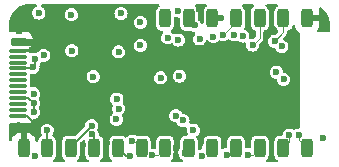
<source format=gbr>
%TF.GenerationSoftware,KiCad,Pcbnew,(6.0.4)*%
%TF.CreationDate,2022-11-15T14:04:26+01:00*%
%TF.ProjectId,tk1,746b312e-6b69-4636-9164-5f7063625858,rev?*%
%TF.SameCoordinates,Original*%
%TF.FileFunction,Copper,L4,Bot*%
%TF.FilePolarity,Positive*%
%FSLAX46Y46*%
G04 Gerber Fmt 4.6, Leading zero omitted, Abs format (unit mm)*
G04 Created by KiCad (PCBNEW (6.0.4)) date 2022-11-15 14:04:26*
%MOMM*%
%LPD*%
G01*
G04 APERTURE LIST*
G04 Aperture macros list*
%AMRoundRect*
0 Rectangle with rounded corners*
0 $1 Rounding radius*
0 $2 $3 $4 $5 $6 $7 $8 $9 X,Y pos of 4 corners*
0 Add a 4 corners polygon primitive as box body*
4,1,4,$2,$3,$4,$5,$6,$7,$8,$9,$2,$3,0*
0 Add four circle primitives for the rounded corners*
1,1,$1+$1,$2,$3*
1,1,$1+$1,$4,$5*
1,1,$1+$1,$6,$7*
1,1,$1+$1,$8,$9*
0 Add four rect primitives between the rounded corners*
20,1,$1+$1,$2,$3,$4,$5,0*
20,1,$1+$1,$4,$5,$6,$7,0*
20,1,$1+$1,$6,$7,$8,$9,0*
20,1,$1+$1,$8,$9,$2,$3,0*%
G04 Aperture macros list end*
%TA.AperFunction,SMDPad,CuDef*%
%ADD10RoundRect,0.075000X-0.675000X-0.075000X0.675000X-0.075000X0.675000X0.075000X-0.675000X0.075000X0*%
%TD*%
%TA.AperFunction,SMDPad,CuDef*%
%ADD11RoundRect,0.175000X-0.525000X-0.175000X0.525000X-0.175000X0.525000X0.175000X-0.525000X0.175000X0*%
%TD*%
%TA.AperFunction,SMDPad,CuDef*%
%ADD12RoundRect,0.250000X-0.250000X-0.550000X0.250000X-0.550000X0.250000X0.550000X-0.250000X0.550000X0*%
%TD*%
%TA.AperFunction,SMDPad,CuDef*%
%ADD13RoundRect,0.250000X0.250000X0.550000X-0.250000X0.550000X-0.250000X-0.550000X0.250000X-0.550000X0*%
%TD*%
%TA.AperFunction,ViaPad*%
%ADD14C,0.600000*%
%TD*%
%TA.AperFunction,Conductor*%
%ADD15C,0.600000*%
%TD*%
%TA.AperFunction,Conductor*%
%ADD16C,0.200000*%
%TD*%
%TA.AperFunction,Conductor*%
%ADD17C,0.125000*%
%TD*%
G04 APERTURE END LIST*
D10*
%TO.P,P1,B1,GND*%
%TO.N,GND*%
X101050000Y-91250000D03*
%TO.P,P1,B2,TX2+*%
%TO.N,unconnected-(P1-PadB2)*%
X101050000Y-91750000D03*
%TO.P,P1,B3,TX2-*%
%TO.N,unconnected-(P1-PadB3)*%
X101050000Y-92250000D03*
%TO.P,P1,B4,VBUS*%
%TO.N,+5V*%
X101050000Y-92750000D03*
%TO.P,P1,B5,VCONN*%
%TO.N,unconnected-(P1-PadB5)*%
X101050000Y-93250000D03*
%TO.P,P1,B6*%
%TO.N,N/C*%
X101050000Y-93750000D03*
%TO.P,P1,B7*%
X101050000Y-94250000D03*
%TO.P,P1,B8,SBU2*%
%TO.N,unconnected-(P1-PadB8)*%
X101050000Y-94750000D03*
%TO.P,P1,B9,VBUS*%
%TO.N,+5V*%
X101050000Y-95250000D03*
%TO.P,P1,B10,RX1-*%
%TO.N,unconnected-(P1-PadB10)*%
X101050000Y-95750000D03*
%TO.P,P1,B11,RX1+*%
%TO.N,unconnected-(P1-PadB11)*%
X101050000Y-96250000D03*
%TO.P,P1,B12,GND*%
%TO.N,GND*%
X101050000Y-96750000D03*
D11*
%TO.P,P1,S1,SHIELD*%
X101100000Y-90500000D03*
%TD*%
D12*
%TO.P,TP1,1,1*%
%TO.N,+5V*%
X103500000Y-99500000D03*
%TD*%
%TO.P,TP3,1,1*%
%TO.N,+2V5*%
X107500000Y-99500000D03*
%TD*%
%TO.P,TP4,1,1*%
%TO.N,+1V2*%
X109500000Y-99500000D03*
%TD*%
D13*
%TO.P,TP2,1,1*%
%TO.N,+3V3*%
X105500000Y-99500000D03*
%TD*%
%TO.P,TP7,1,1*%
%TO.N,INTERFACE_RX*%
X113500000Y-99500000D03*
%TD*%
%TO.P,TP9,1,1*%
%TO.N,INTERFACE_CTS*%
X117500000Y-99500000D03*
%TD*%
%TO.P,TP5,1,1*%
%TO.N,GND*%
X125500000Y-88500000D03*
%TD*%
D12*
%TO.P,TP18,1,1*%
%TO.N,APP_GPIO1*%
X119500000Y-99500000D03*
%TD*%
%TO.P,TP19,1,1*%
%TO.N,APP_GPIO2*%
X121500000Y-99500000D03*
%TD*%
%TO.P,TP14,1,1*%
%TO.N,APP_ICE_MOSI*%
X115500000Y-88500000D03*
%TD*%
D13*
%TO.P,TP28,1,1*%
%TO.N,GND*%
X101500000Y-99500000D03*
%TD*%
%TO.P,TP8,1,1*%
%TO.N,INTERFACE_RTS*%
X115500000Y-99500000D03*
%TD*%
D12*
%TO.P,TP17,1,1*%
%TO.N,APP_CDONE*%
X123500000Y-88500000D03*
%TD*%
%TO.P,TP15,1,1*%
%TO.N,APP_ICE_MISO*%
X119500000Y-88500000D03*
%TD*%
%TO.P,TP20,1,1*%
%TO.N,APP_GPIO3*%
X123500000Y-99500000D03*
%TD*%
D13*
%TO.P,TP6,1,1*%
%TO.N,INTERFACE_TX*%
X111500000Y-99500000D03*
%TD*%
D12*
%TO.P,TP13,1,1*%
%TO.N,APP_ICE_SS*%
X117500000Y-88500000D03*
%TD*%
%TO.P,TP12,1,1*%
%TO.N,APP_ICE_SCK*%
X113500000Y-88500000D03*
%TD*%
%TO.P,TP21,1,1*%
%TO.N,APP_GPIO4*%
X125500000Y-99500000D03*
%TD*%
%TO.P,TP16,1,1*%
%TO.N,APP_CRESET*%
X121500000Y-88500000D03*
%TD*%
D14*
%TO.N,GND*%
X113700000Y-91262489D03*
X126850000Y-89100000D03*
X109499292Y-92457430D03*
X105643750Y-92350000D03*
X114400000Y-100200000D03*
X102200000Y-90500000D03*
X107017510Y-95517510D03*
X112200000Y-91600000D03*
X117900000Y-96100000D03*
X116900000Y-95100000D03*
X114080000Y-98030000D03*
X110450000Y-90350000D03*
X116345293Y-87690236D03*
X119850000Y-94100000D03*
X118900000Y-93100000D03*
X102800000Y-90200000D03*
X102987526Y-89456771D03*
X124200000Y-91350000D03*
X102200000Y-91150000D03*
X111450000Y-91600000D03*
X113250000Y-91750000D03*
X114400000Y-99524500D03*
X117900000Y-94100000D03*
X105593750Y-89200000D03*
X118900000Y-95100000D03*
X122700000Y-89500000D03*
X108600500Y-99100000D03*
X106500000Y-99200000D03*
X120500000Y-87950000D03*
X119850000Y-96100000D03*
X102400000Y-98000000D03*
X102400000Y-97350000D03*
X124500000Y-92000000D03*
X120900000Y-95100000D03*
X111400000Y-89850000D03*
X115800000Y-92050000D03*
X118850000Y-97100000D03*
%TO.N,+5V*%
X105543750Y-88200000D03*
X105593750Y-91250000D03*
X102500000Y-91950000D03*
X103500000Y-98000000D03*
X102300000Y-92650000D03*
X102350000Y-95700000D03*
X102800000Y-88050000D03*
X102350000Y-96450000D03*
%TO.N,+3V3*%
X114700000Y-93400000D03*
X123371981Y-90871981D03*
X111400000Y-88850000D03*
X119300000Y-89900000D03*
X107256692Y-97601839D03*
X123522528Y-93677472D03*
X116610383Y-100162874D03*
X109550000Y-96150000D03*
X114599988Y-90338489D03*
X109543750Y-91350000D03*
X109350000Y-97050000D03*
X109400000Y-95350000D03*
X120050000Y-90000000D03*
X126850000Y-98600000D03*
X113700000Y-90150000D03*
%TO.N,+2V5*%
X111400000Y-90800000D03*
X113100000Y-93550000D03*
X107300000Y-98300000D03*
%TO.N,+1V2*%
X122900238Y-93064220D03*
X115875683Y-97957964D03*
X110518912Y-100172510D03*
X109750000Y-88100000D03*
%TO.N,APP_CDONE*%
X122750000Y-90450000D03*
%TO.N,APP_CRESET*%
X116400000Y-90250000D03*
X120896377Y-90771778D03*
%TO.N,APP_ICE_SCK*%
X113500000Y-88388000D03*
X117562000Y-90050000D03*
%TO.N,SPI_VCC_OK*%
X107400000Y-93450000D03*
X102463948Y-100180819D03*
%TO.N,INTERFACE_TX*%
X110707631Y-98894377D03*
%TO.N,Net-(P1-PadA5)*%
X102346800Y-94903200D03*
X103206258Y-91637342D03*
%TO.N,APP_ICE_SS*%
X118183368Y-88496982D03*
%TO.N,APP_ICE_MOSI*%
X115986240Y-89094334D03*
%TO.N,APP_ICE_MISO*%
X118400000Y-89900000D03*
X114606642Y-87860883D03*
%TO.N,INTERFACE_RX*%
X112400000Y-100100000D03*
%TO.N,INTERFACE_RTS*%
X115001531Y-97152723D03*
X115142397Y-99910606D03*
%TO.N,INTERFACE_CTS*%
X117188553Y-99431165D03*
X114400000Y-96762000D03*
%TO.N,APP_GPIO1*%
X118700000Y-100050000D03*
%TO.N,APP_GPIO2*%
X120500000Y-100050000D03*
%TO.N,APP_GPIO3*%
X124000000Y-98400500D03*
%TO.N,APP_GPIO4*%
X124796800Y-98396800D03*
%TD*%
D15*
%TO.N,GND*%
X101100000Y-90500000D02*
X102200000Y-90500000D01*
D16*
X102200000Y-90500000D02*
X102200000Y-91150000D01*
X101050000Y-96750000D02*
X101800000Y-96750000D01*
X101800000Y-96750000D02*
X102400000Y-97350000D01*
X101050000Y-91250000D02*
X102100000Y-91250000D01*
X102100000Y-91250000D02*
X102200000Y-91150000D01*
%TO.N,+5V*%
X102500000Y-92450000D02*
X102500000Y-91950000D01*
X102200000Y-92750000D02*
X102300000Y-92650000D01*
X101900000Y-95250000D02*
X102350000Y-95700000D01*
X103500000Y-98000000D02*
X103500000Y-99500000D01*
X102300000Y-92650000D02*
X102500000Y-92450000D01*
X102350000Y-95700000D02*
X102350000Y-96450000D01*
X101050000Y-95250000D02*
X101900000Y-95250000D01*
X101050000Y-92750000D02*
X102200000Y-92750000D01*
%TO.N,+3V3*%
X107256692Y-97601839D02*
X105997667Y-98860864D01*
X105997667Y-98860864D02*
X105691241Y-98860864D01*
X105500000Y-99052105D02*
X105500000Y-99500000D01*
X105691241Y-98860864D02*
X105500000Y-99052105D01*
%TO.N,+2V5*%
X107300000Y-98300000D02*
X107500000Y-98500000D01*
X107500000Y-98500000D02*
X107500000Y-99500000D01*
%TO.N,+1V2*%
X110518912Y-100172510D02*
X110172510Y-100172510D01*
X110172510Y-100172510D02*
X109500000Y-99500000D01*
D17*
%TO.N,APP_CDONE*%
X123500000Y-89700000D02*
X123500000Y-88500000D01*
X122750000Y-90450000D02*
X123500000Y-89700000D01*
%TO.N,APP_CRESET*%
X121500000Y-90168155D02*
X121500000Y-88500000D01*
X120896377Y-90771778D02*
X121500000Y-90168155D01*
%TO.N,INTERFACE_TX*%
X110707631Y-98894377D02*
X110894377Y-98894377D01*
X110894377Y-98894377D02*
X111500000Y-99500000D01*
%TO.N,APP_ICE_SS*%
X118183368Y-88496982D02*
X118180350Y-88500000D01*
X118180350Y-88500000D02*
X117500000Y-88500000D01*
%TO.N,APP_ICE_MOSI*%
X115986240Y-88986240D02*
X115500000Y-88500000D01*
X115986240Y-89094334D02*
X115986240Y-88986240D01*
%TO.N,APP_ICE_MISO*%
X119500000Y-88800000D02*
X119500000Y-88500000D01*
X118400000Y-89900000D02*
X119500000Y-88800000D01*
%TO.N,INTERFACE_RX*%
X112900000Y-100100000D02*
X113500000Y-99500000D01*
X112400000Y-100100000D02*
X112900000Y-100100000D01*
%TO.N,INTERFACE_RTS*%
X115500000Y-99553003D02*
X115500000Y-99500000D01*
X115142397Y-99910606D02*
X115500000Y-99553003D01*
%TO.N,INTERFACE_CTS*%
X117257388Y-99500000D02*
X117500000Y-99500000D01*
X117188553Y-99431165D02*
X117257388Y-99500000D01*
%TO.N,APP_GPIO1*%
X118950000Y-100050000D02*
X119500000Y-99500000D01*
X118700000Y-100050000D02*
X118950000Y-100050000D01*
%TO.N,APP_GPIO2*%
X120500000Y-100050000D02*
X120950000Y-100050000D01*
X120950000Y-100050000D02*
X121500000Y-99500000D01*
%TO.N,APP_GPIO3*%
X124000000Y-99000000D02*
X124000000Y-98400500D01*
X123500000Y-99500000D02*
X124000000Y-99000000D01*
%TO.N,APP_GPIO4*%
X124796800Y-98396800D02*
X124796800Y-98796800D01*
X124796800Y-98796800D02*
X125500000Y-99500000D01*
%TD*%
%TA.AperFunction,Conductor*%
%TO.N,GND*%
G36*
X102585492Y-87324502D02*
G01*
X102631985Y-87378158D01*
X102642089Y-87448432D01*
X102612595Y-87513012D01*
X102565590Y-87546909D01*
X102527986Y-87562485D01*
X102527984Y-87562486D01*
X102520358Y-87565645D01*
X102404526Y-87654526D01*
X102315645Y-87770358D01*
X102312486Y-87777984D01*
X102312485Y-87777986D01*
X102287218Y-87838985D01*
X102259772Y-87905246D01*
X102258695Y-87913430D01*
X102258694Y-87913432D01*
X102243841Y-88026255D01*
X102240715Y-88050000D01*
X102241793Y-88058188D01*
X102248376Y-88108188D01*
X102259772Y-88194754D01*
X102262931Y-88202380D01*
X102304974Y-88303879D01*
X102315645Y-88329642D01*
X102348158Y-88372014D01*
X102371081Y-88401887D01*
X102404526Y-88445474D01*
X102411076Y-88450500D01*
X102411079Y-88450503D01*
X102513804Y-88529327D01*
X102520357Y-88534355D01*
X102655246Y-88590228D01*
X102800000Y-88609285D01*
X102808188Y-88608207D01*
X102936566Y-88591306D01*
X102944754Y-88590228D01*
X103079643Y-88534355D01*
X103086196Y-88529327D01*
X103188921Y-88450503D01*
X103188924Y-88450500D01*
X103195474Y-88445474D01*
X103228920Y-88401887D01*
X103251842Y-88372014D01*
X103284355Y-88329642D01*
X103295027Y-88303879D01*
X103337069Y-88202380D01*
X103338055Y-88200000D01*
X104984465Y-88200000D01*
X104985543Y-88208188D01*
X104999333Y-88312932D01*
X105003522Y-88344754D01*
X105014258Y-88370672D01*
X105048992Y-88454526D01*
X105059395Y-88479642D01*
X105148276Y-88595474D01*
X105154826Y-88600500D01*
X105154829Y-88600503D01*
X105231435Y-88659285D01*
X105264107Y-88684355D01*
X105398996Y-88740228D01*
X105543750Y-88759285D01*
X105551938Y-88758207D01*
X105680316Y-88741306D01*
X105688504Y-88740228D01*
X105823393Y-88684355D01*
X105856065Y-88659285D01*
X105932671Y-88600503D01*
X105932674Y-88600500D01*
X105939224Y-88595474D01*
X106028105Y-88479642D01*
X106038509Y-88454526D01*
X106073242Y-88370672D01*
X106083978Y-88344754D01*
X106088168Y-88312932D01*
X106101957Y-88208188D01*
X106103035Y-88200000D01*
X106090701Y-88106311D01*
X106085056Y-88063432D01*
X106085055Y-88063430D01*
X106083978Y-88055246D01*
X106042556Y-87955246D01*
X106031265Y-87927986D01*
X106031264Y-87927984D01*
X106028105Y-87920358D01*
X105961189Y-87833151D01*
X105944251Y-87811077D01*
X105944250Y-87811076D01*
X105939224Y-87804526D01*
X105932674Y-87799500D01*
X105932671Y-87799497D01*
X105829946Y-87720673D01*
X105829944Y-87720672D01*
X105823393Y-87715645D01*
X105688504Y-87659772D01*
X105543750Y-87640715D01*
X105535562Y-87641793D01*
X105407182Y-87658694D01*
X105407180Y-87658695D01*
X105398996Y-87659772D01*
X105360253Y-87675820D01*
X105271736Y-87712485D01*
X105271734Y-87712486D01*
X105264108Y-87715645D01*
X105148276Y-87804526D01*
X105143253Y-87811072D01*
X105126311Y-87833151D01*
X105059395Y-87920358D01*
X105056236Y-87927984D01*
X105056235Y-87927986D01*
X105044944Y-87955246D01*
X105003522Y-88055246D01*
X105002445Y-88063430D01*
X105002444Y-88063432D01*
X104996799Y-88106311D01*
X104984465Y-88200000D01*
X103338055Y-88200000D01*
X103340228Y-88194754D01*
X103351625Y-88108188D01*
X103358207Y-88058188D01*
X103359285Y-88050000D01*
X103356159Y-88026255D01*
X103341306Y-87913432D01*
X103341305Y-87913430D01*
X103340228Y-87905246D01*
X103312782Y-87838985D01*
X103287515Y-87777986D01*
X103287514Y-87777984D01*
X103284355Y-87770358D01*
X103229986Y-87699503D01*
X103200501Y-87661077D01*
X103200500Y-87661076D01*
X103195474Y-87654526D01*
X103188924Y-87649500D01*
X103188921Y-87649497D01*
X103086196Y-87570673D01*
X103086194Y-87570672D01*
X103079643Y-87565645D01*
X103034410Y-87546909D01*
X102979129Y-87502361D01*
X102956708Y-87434998D01*
X102974266Y-87366206D01*
X103026228Y-87317828D01*
X103082628Y-87304500D01*
X109621842Y-87304500D01*
X109689963Y-87324502D01*
X109736456Y-87378158D01*
X109746560Y-87448432D01*
X109717066Y-87513012D01*
X109657340Y-87551396D01*
X109638288Y-87555422D01*
X109613432Y-87558694D01*
X109613430Y-87558695D01*
X109605246Y-87559772D01*
X109557430Y-87579578D01*
X109477986Y-87612485D01*
X109477984Y-87612486D01*
X109470358Y-87615645D01*
X109354526Y-87704526D01*
X109265645Y-87820358D01*
X109262486Y-87827984D01*
X109262485Y-87827986D01*
X109251176Y-87855288D01*
X109209772Y-87955246D01*
X109208695Y-87963430D01*
X109208694Y-87963432D01*
X109196607Y-88055246D01*
X109190715Y-88100000D01*
X109209772Y-88244754D01*
X109228351Y-88289607D01*
X109262480Y-88372000D01*
X109265645Y-88379642D01*
X109272954Y-88389167D01*
X109342378Y-88479642D01*
X109354526Y-88495474D01*
X109361076Y-88500500D01*
X109361079Y-88500503D01*
X109463804Y-88579327D01*
X109470357Y-88584355D01*
X109605246Y-88640228D01*
X109613434Y-88641306D01*
X109677623Y-88649757D01*
X109750000Y-88659285D01*
X109758188Y-88658207D01*
X109886566Y-88641306D01*
X109894754Y-88640228D01*
X110029643Y-88584355D01*
X110036196Y-88579327D01*
X110138921Y-88500503D01*
X110138924Y-88500500D01*
X110145474Y-88495474D01*
X110157623Y-88479642D01*
X110227046Y-88389167D01*
X110234355Y-88379642D01*
X110237521Y-88372000D01*
X110271649Y-88289607D01*
X110290228Y-88244754D01*
X110309285Y-88100000D01*
X110303393Y-88055246D01*
X110291306Y-87963432D01*
X110291305Y-87963430D01*
X110290228Y-87955246D01*
X110248824Y-87855288D01*
X110237515Y-87827986D01*
X110237514Y-87827984D01*
X110234355Y-87820358D01*
X110154006Y-87715645D01*
X110150501Y-87711077D01*
X110150500Y-87711076D01*
X110145474Y-87704526D01*
X110138924Y-87699500D01*
X110138921Y-87699497D01*
X110036196Y-87620673D01*
X110036194Y-87620672D01*
X110029643Y-87615645D01*
X109894754Y-87559772D01*
X109861712Y-87555422D01*
X109796785Y-87526700D01*
X109757693Y-87467435D01*
X109756848Y-87396443D01*
X109794518Y-87336264D01*
X109858743Y-87306005D01*
X109878158Y-87304500D01*
X112891781Y-87304500D01*
X112959902Y-87324502D01*
X113006395Y-87378158D01*
X113016499Y-87448432D01*
X112987005Y-87513012D01*
X112967347Y-87531325D01*
X112889596Y-87589596D01*
X112877282Y-87606026D01*
X112808311Y-87698054D01*
X112808309Y-87698057D01*
X112802929Y-87705236D01*
X112797142Y-87720673D01*
X112763252Y-87811077D01*
X112752202Y-87840552D01*
X112745500Y-87902244D01*
X112745500Y-89097756D01*
X112752202Y-89159448D01*
X112802929Y-89294764D01*
X112808309Y-89301943D01*
X112808311Y-89301946D01*
X112872107Y-89387068D01*
X112889596Y-89410404D01*
X112896776Y-89415785D01*
X112998054Y-89491689D01*
X112998057Y-89491691D01*
X113005236Y-89497071D01*
X113090963Y-89529208D01*
X113133157Y-89545026D01*
X113133159Y-89545026D01*
X113140552Y-89547798D01*
X113148402Y-89548651D01*
X113148403Y-89548651D01*
X113198847Y-89554131D01*
X113202244Y-89554500D01*
X113205660Y-89554500D01*
X113209058Y-89554684D01*
X113208965Y-89556396D01*
X113270629Y-89574502D01*
X113317122Y-89628158D01*
X113327226Y-89698432D01*
X113302471Y-89757204D01*
X113292378Y-89770358D01*
X113215645Y-89870358D01*
X113212486Y-89877984D01*
X113212485Y-89877986D01*
X113189309Y-89933937D01*
X113159772Y-90005246D01*
X113158695Y-90013430D01*
X113158694Y-90013432D01*
X113153880Y-90050000D01*
X113140715Y-90150000D01*
X113141793Y-90158188D01*
X113155583Y-90262932D01*
X113159772Y-90294754D01*
X113169488Y-90318210D01*
X113205845Y-90405982D01*
X113215645Y-90429642D01*
X113257628Y-90484355D01*
X113292378Y-90529642D01*
X113304526Y-90545474D01*
X113311076Y-90550500D01*
X113311079Y-90550503D01*
X113407751Y-90624682D01*
X113420357Y-90634355D01*
X113555246Y-90690228D01*
X113700000Y-90709285D01*
X113708188Y-90708207D01*
X113836566Y-90691306D01*
X113844754Y-90690228D01*
X113884632Y-90673710D01*
X113972015Y-90637515D01*
X113972017Y-90637514D01*
X113979643Y-90634355D01*
X113986168Y-90629348D01*
X114055148Y-90612614D01*
X114122240Y-90635834D01*
X114149115Y-90661767D01*
X114199483Y-90727408D01*
X114199487Y-90727412D01*
X114204514Y-90733963D01*
X114211064Y-90738989D01*
X114211067Y-90738992D01*
X114313792Y-90817816D01*
X114320345Y-90822844D01*
X114455234Y-90878717D01*
X114599988Y-90897774D01*
X114608176Y-90896696D01*
X114736554Y-90879795D01*
X114744742Y-90878717D01*
X114879631Y-90822844D01*
X114886184Y-90817816D01*
X114988909Y-90738992D01*
X114988912Y-90738989D01*
X114995462Y-90733963D01*
X115006483Y-90719601D01*
X115061715Y-90647620D01*
X115084343Y-90618131D01*
X115088008Y-90609285D01*
X115137057Y-90490869D01*
X115140216Y-90483243D01*
X115144593Y-90450000D01*
X115158195Y-90346677D01*
X115159273Y-90338489D01*
X115151342Y-90278248D01*
X115141294Y-90201921D01*
X115141293Y-90201919D01*
X115140216Y-90193735D01*
X115103562Y-90105246D01*
X115087503Y-90066475D01*
X115087502Y-90066473D01*
X115084343Y-90058847D01*
X114995462Y-89943015D01*
X114988912Y-89937989D01*
X114988909Y-89937986D01*
X114886184Y-89859162D01*
X114886182Y-89859161D01*
X114879631Y-89854134D01*
X114744742Y-89798261D01*
X114599988Y-89779204D01*
X114591800Y-89780282D01*
X114463420Y-89797183D01*
X114463418Y-89797184D01*
X114455234Y-89798261D01*
X114320346Y-89854134D01*
X114313822Y-89859140D01*
X114244840Y-89875875D01*
X114177748Y-89852655D01*
X114150873Y-89826722D01*
X114100505Y-89761081D01*
X114100500Y-89761076D01*
X114095474Y-89754526D01*
X114088924Y-89749500D01*
X114088921Y-89749497D01*
X114007790Y-89687243D01*
X113965923Y-89629905D01*
X113961701Y-89559034D01*
X113996466Y-89497131D01*
X114008929Y-89486455D01*
X114066978Y-89442950D01*
X114110404Y-89410404D01*
X114127893Y-89387068D01*
X114191689Y-89301946D01*
X114191691Y-89301943D01*
X114197071Y-89294764D01*
X114247798Y-89159448D01*
X114254500Y-89097756D01*
X114254500Y-88503781D01*
X114274502Y-88435660D01*
X114328158Y-88389167D01*
X114398432Y-88379063D01*
X114428717Y-88387372D01*
X114454255Y-88397950D01*
X114454260Y-88397951D01*
X114461888Y-88401111D01*
X114606642Y-88420168D01*
X114614830Y-88419090D01*
X114619500Y-88419090D01*
X114687621Y-88439092D01*
X114734114Y-88492748D01*
X114745500Y-88545090D01*
X114745500Y-89097756D01*
X114752202Y-89159448D01*
X114802929Y-89294764D01*
X114808309Y-89301943D01*
X114808311Y-89301946D01*
X114872107Y-89387068D01*
X114889596Y-89410404D01*
X114896776Y-89415785D01*
X114998054Y-89491689D01*
X114998057Y-89491691D01*
X115005236Y-89497071D01*
X115090963Y-89529208D01*
X115133157Y-89545026D01*
X115133159Y-89545026D01*
X115140552Y-89547798D01*
X115148402Y-89548651D01*
X115148403Y-89548651D01*
X115198847Y-89554131D01*
X115202244Y-89554500D01*
X115633095Y-89554500D01*
X115696096Y-89571381D01*
X115700043Y-89573660D01*
X115706597Y-89578689D01*
X115841486Y-89634562D01*
X115849674Y-89635640D01*
X115927963Y-89645947D01*
X115992890Y-89674670D01*
X116031981Y-89733935D01*
X116032826Y-89804926D01*
X116004021Y-89854138D01*
X116004526Y-89854526D01*
X115999503Y-89861072D01*
X115980168Y-89886270D01*
X115915645Y-89970358D01*
X115912486Y-89977984D01*
X115912485Y-89977986D01*
X115903367Y-90000000D01*
X115859772Y-90105246D01*
X115858695Y-90113430D01*
X115858694Y-90113432D01*
X115851200Y-90170358D01*
X115840715Y-90250000D01*
X115842417Y-90262931D01*
X115858475Y-90384899D01*
X115859772Y-90394754D01*
X115862931Y-90402380D01*
X115899585Y-90490869D01*
X115915645Y-90529642D01*
X116004526Y-90645474D01*
X116011076Y-90650500D01*
X116011079Y-90650503D01*
X116113804Y-90729327D01*
X116120357Y-90734355D01*
X116255246Y-90790228D01*
X116400000Y-90809285D01*
X116408188Y-90808207D01*
X116408333Y-90808188D01*
X116544754Y-90790228D01*
X116679643Y-90734355D01*
X116686196Y-90729327D01*
X116788921Y-90650503D01*
X116788924Y-90650500D01*
X116795474Y-90645474D01*
X116884355Y-90529642D01*
X116900416Y-90490869D01*
X116922401Y-90437792D01*
X116966949Y-90382511D01*
X117034313Y-90360090D01*
X117103104Y-90377648D01*
X117138772Y-90409306D01*
X117160631Y-90437792D01*
X117166526Y-90445474D01*
X117173076Y-90450500D01*
X117173079Y-90450503D01*
X117275804Y-90529327D01*
X117282357Y-90534355D01*
X117417246Y-90590228D01*
X117562000Y-90609285D01*
X117570188Y-90608207D01*
X117698566Y-90591306D01*
X117706754Y-90590228D01*
X117841643Y-90534355D01*
X117848196Y-90529327D01*
X117950921Y-90450503D01*
X117950924Y-90450500D01*
X117957474Y-90445474D01*
X117973488Y-90424604D01*
X118030826Y-90382737D01*
X118101697Y-90378515D01*
X118121669Y-90384899D01*
X118247616Y-90437068D01*
X118247619Y-90437069D01*
X118255246Y-90440228D01*
X118400000Y-90459285D01*
X118408188Y-90458207D01*
X118408333Y-90458188D01*
X118544754Y-90440228D01*
X118679643Y-90384355D01*
X118690136Y-90376304D01*
X118773296Y-90312492D01*
X118839516Y-90286891D01*
X118909065Y-90301156D01*
X118926704Y-90312492D01*
X119009865Y-90376304D01*
X119020357Y-90384355D01*
X119155246Y-90440228D01*
X119300000Y-90459285D01*
X119308188Y-90458207D01*
X119308333Y-90458188D01*
X119444754Y-90440228D01*
X119551655Y-90395948D01*
X119622245Y-90388359D01*
X119676577Y-90412395D01*
X119708732Y-90437068D01*
X119770357Y-90484355D01*
X119905246Y-90540228D01*
X120050000Y-90559285D01*
X120058188Y-90558207D01*
X120186561Y-90541307D01*
X120186564Y-90541306D01*
X120194754Y-90540228D01*
X120195402Y-90539959D01*
X120262877Y-90541566D01*
X120321673Y-90581360D01*
X120349621Y-90646624D01*
X120349434Y-90678029D01*
X120348244Y-90687068D01*
X120337092Y-90771778D01*
X120339980Y-90793717D01*
X120353538Y-90896696D01*
X120356149Y-90916532D01*
X120359308Y-90924158D01*
X120403562Y-91030995D01*
X120412022Y-91051420D01*
X120500903Y-91167252D01*
X120507453Y-91172278D01*
X120507456Y-91172281D01*
X120606681Y-91248419D01*
X120616734Y-91256133D01*
X120751623Y-91312006D01*
X120896377Y-91331063D01*
X120904565Y-91329985D01*
X121032943Y-91313084D01*
X121041131Y-91312006D01*
X121176020Y-91256133D01*
X121186073Y-91248419D01*
X121285298Y-91172281D01*
X121285301Y-91172278D01*
X121291851Y-91167252D01*
X121380732Y-91051420D01*
X121389193Y-91030995D01*
X121433446Y-90924158D01*
X121436605Y-90916532D01*
X121439217Y-90896696D01*
X121452774Y-90793717D01*
X121455662Y-90771778D01*
X121450861Y-90735314D01*
X121461800Y-90665167D01*
X121486688Y-90629773D01*
X121710479Y-90405982D01*
X121718570Y-90398567D01*
X121746582Y-90375062D01*
X121764859Y-90343406D01*
X121770759Y-90334145D01*
X121785410Y-90313222D01*
X121785412Y-90313218D01*
X121791732Y-90304192D01*
X121794584Y-90293548D01*
X121795900Y-90290727D01*
X121796968Y-90287792D01*
X121802478Y-90278248D01*
X121806157Y-90257386D01*
X121808826Y-90242246D01*
X121811205Y-90231516D01*
X121817813Y-90206853D01*
X121820665Y-90196209D01*
X121817479Y-90159792D01*
X121817000Y-90148811D01*
X121817000Y-89651039D01*
X121837002Y-89582918D01*
X121890658Y-89536425D01*
X121898771Y-89533057D01*
X121945217Y-89515645D01*
X121994764Y-89497071D01*
X122001943Y-89491691D01*
X122001946Y-89491689D01*
X122103224Y-89415785D01*
X122110404Y-89410404D01*
X122127893Y-89387068D01*
X122191689Y-89301946D01*
X122191691Y-89301943D01*
X122197071Y-89294764D01*
X122247798Y-89159448D01*
X122254500Y-89097756D01*
X122254500Y-87902244D01*
X122247798Y-87840552D01*
X122236749Y-87811077D01*
X122202858Y-87720673D01*
X122197071Y-87705236D01*
X122191691Y-87698057D01*
X122191689Y-87698054D01*
X122122718Y-87606026D01*
X122110404Y-87589596D01*
X122032654Y-87531326D01*
X121990139Y-87474467D01*
X121985113Y-87403649D01*
X122019173Y-87341355D01*
X122081504Y-87307365D01*
X122108219Y-87304500D01*
X122891781Y-87304500D01*
X122959902Y-87324502D01*
X123006395Y-87378158D01*
X123016499Y-87448432D01*
X122987005Y-87513012D01*
X122967347Y-87531325D01*
X122889596Y-87589596D01*
X122877282Y-87606026D01*
X122808311Y-87698054D01*
X122808309Y-87698057D01*
X122802929Y-87705236D01*
X122797142Y-87720673D01*
X122763252Y-87811077D01*
X122752202Y-87840552D01*
X122745500Y-87902244D01*
X122745500Y-89097756D01*
X122752202Y-89159448D01*
X122802929Y-89294764D01*
X122808309Y-89301943D01*
X122808311Y-89301946D01*
X122872107Y-89387068D01*
X122889596Y-89410404D01*
X122896776Y-89415785D01*
X122996063Y-89490196D01*
X123005236Y-89497071D01*
X123013643Y-89500223D01*
X123019865Y-89503629D01*
X123070010Y-89553888D01*
X123085024Y-89623279D01*
X123060138Y-89689771D01*
X123048450Y-89703244D01*
X122892005Y-89859689D01*
X122829693Y-89893715D01*
X122786466Y-89895516D01*
X122750000Y-89890715D01*
X122741812Y-89891793D01*
X122613432Y-89908694D01*
X122613430Y-89908695D01*
X122605246Y-89909772D01*
X122557430Y-89929578D01*
X122477986Y-89962485D01*
X122477984Y-89962486D01*
X122470358Y-89965645D01*
X122354526Y-90054526D01*
X122265645Y-90170358D01*
X122262486Y-90177984D01*
X122262485Y-90177986D01*
X122254937Y-90196209D01*
X122209772Y-90305246D01*
X122208695Y-90313430D01*
X122208694Y-90313432D01*
X122198830Y-90388359D01*
X122190715Y-90450000D01*
X122191937Y-90459285D01*
X122208592Y-90585788D01*
X122209772Y-90594754D01*
X122226175Y-90634355D01*
X122257213Y-90709285D01*
X122265645Y-90729642D01*
X122354526Y-90845474D01*
X122361076Y-90850500D01*
X122361079Y-90850503D01*
X122457068Y-90924158D01*
X122470357Y-90934355D01*
X122605246Y-90990228D01*
X122750000Y-91009285D01*
X122749914Y-91009935D01*
X122812151Y-91028209D01*
X122860439Y-91085989D01*
X122884465Y-91143992D01*
X122887626Y-91151623D01*
X122916247Y-91188923D01*
X122953015Y-91236839D01*
X122976507Y-91267455D01*
X122983057Y-91272481D01*
X122983060Y-91272484D01*
X123085578Y-91351149D01*
X123092338Y-91356336D01*
X123227227Y-91412209D01*
X123371981Y-91431266D01*
X123380169Y-91430188D01*
X123385988Y-91429422D01*
X123516735Y-91412209D01*
X123651624Y-91356336D01*
X123658384Y-91351149D01*
X123760902Y-91272484D01*
X123760905Y-91272481D01*
X123767455Y-91267455D01*
X123790948Y-91236839D01*
X123827715Y-91188923D01*
X123856336Y-91151623D01*
X123863850Y-91133484D01*
X123898720Y-91049301D01*
X123912209Y-91016735D01*
X123917311Y-90977986D01*
X123930188Y-90880169D01*
X123931266Y-90871981D01*
X123921790Y-90800000D01*
X123913287Y-90735413D01*
X123913286Y-90735411D01*
X123912209Y-90727227D01*
X123880429Y-90650503D01*
X123859496Y-90599967D01*
X123859495Y-90599965D01*
X123856336Y-90592339D01*
X123779448Y-90492136D01*
X123772482Y-90483058D01*
X123772481Y-90483057D01*
X123767455Y-90476507D01*
X123760905Y-90471481D01*
X123760902Y-90471478D01*
X123658177Y-90392654D01*
X123658175Y-90392653D01*
X123651624Y-90387626D01*
X123549402Y-90345284D01*
X123494122Y-90300735D01*
X123471701Y-90233372D01*
X123489260Y-90164580D01*
X123508526Y-90139780D01*
X123710479Y-89937827D01*
X123718570Y-89930412D01*
X123746582Y-89906907D01*
X123764859Y-89875251D01*
X123770759Y-89865990D01*
X123785410Y-89845067D01*
X123785412Y-89845063D01*
X123791732Y-89836037D01*
X123794584Y-89825393D01*
X123795898Y-89822576D01*
X123796967Y-89819640D01*
X123802478Y-89810093D01*
X123804755Y-89797183D01*
X123808827Y-89774087D01*
X123811206Y-89763359D01*
X123817813Y-89738700D01*
X123817813Y-89738699D01*
X123820665Y-89728055D01*
X123819451Y-89714171D01*
X123817479Y-89691638D01*
X123817000Y-89680657D01*
X123817000Y-89651039D01*
X123837002Y-89582918D01*
X123890658Y-89536425D01*
X123898771Y-89533057D01*
X123945217Y-89515645D01*
X123994764Y-89497071D01*
X124001943Y-89491691D01*
X124001946Y-89491689D01*
X124103224Y-89415785D01*
X124110404Y-89410404D01*
X124127893Y-89387068D01*
X124191689Y-89301946D01*
X124191691Y-89301943D01*
X124197071Y-89294764D01*
X124247798Y-89159448D01*
X124248652Y-89151588D01*
X124250343Y-89144476D01*
X124285561Y-89082830D01*
X124348516Y-89050010D01*
X124419221Y-89056436D01*
X124475228Y-89100068D01*
X124498253Y-89160620D01*
X124502257Y-89199206D01*
X124505149Y-89212600D01*
X124556588Y-89366784D01*
X124562761Y-89379962D01*
X124648063Y-89517807D01*
X124657099Y-89529208D01*
X124771831Y-89643741D01*
X124783236Y-89652748D01*
X124840116Y-89687809D01*
X124887609Y-89740581D01*
X124900000Y-89795069D01*
X124900000Y-97713430D01*
X124879998Y-97781551D01*
X124826342Y-97828044D01*
X124790449Y-97838351D01*
X124720044Y-97847620D01*
X124660232Y-97855494D01*
X124660230Y-97855495D01*
X124652046Y-97856572D01*
X124635487Y-97863431D01*
X124524786Y-97909285D01*
X124524784Y-97909286D01*
X124517158Y-97912445D01*
X124503795Y-97922699D01*
X124472693Y-97946564D01*
X124406472Y-97972164D01*
X124336924Y-97957899D01*
X124319286Y-97946564D01*
X124286196Y-97921173D01*
X124286194Y-97921172D01*
X124279643Y-97916145D01*
X124144754Y-97860272D01*
X124116650Y-97856572D01*
X124008188Y-97842293D01*
X124000000Y-97841215D01*
X123991812Y-97842293D01*
X123863432Y-97859194D01*
X123863430Y-97859195D01*
X123855246Y-97860272D01*
X123837053Y-97867808D01*
X123727986Y-97912985D01*
X123727984Y-97912986D01*
X123720358Y-97916145D01*
X123604526Y-98005026D01*
X123515645Y-98120858D01*
X123512486Y-98128484D01*
X123512485Y-98128486D01*
X123502588Y-98152380D01*
X123459772Y-98255746D01*
X123458694Y-98263932D01*
X123458694Y-98263933D01*
X123449214Y-98335945D01*
X123420492Y-98400873D01*
X123361227Y-98439965D01*
X123324292Y-98445500D01*
X123202244Y-98445500D01*
X123198848Y-98445869D01*
X123198847Y-98445869D01*
X123148403Y-98451349D01*
X123148402Y-98451349D01*
X123140552Y-98452202D01*
X123133159Y-98454974D01*
X123133157Y-98454974D01*
X123094954Y-98469296D01*
X123005236Y-98502929D01*
X122998057Y-98508309D01*
X122998054Y-98508311D01*
X122937564Y-98553646D01*
X122889596Y-98589596D01*
X122884215Y-98596776D01*
X122808311Y-98698054D01*
X122808309Y-98698057D01*
X122802929Y-98705236D01*
X122752202Y-98840552D01*
X122745500Y-98902244D01*
X122745500Y-100097756D01*
X122752202Y-100159448D01*
X122754974Y-100166841D01*
X122754974Y-100166843D01*
X122760889Y-100182620D01*
X122802929Y-100294764D01*
X122808309Y-100301943D01*
X122808311Y-100301946D01*
X122826019Y-100325573D01*
X122889596Y-100410404D01*
X122914089Y-100428760D01*
X122967346Y-100468674D01*
X123009861Y-100525533D01*
X123014887Y-100596351D01*
X122980827Y-100658645D01*
X122918496Y-100692635D01*
X122891781Y-100695500D01*
X122108219Y-100695500D01*
X122040098Y-100675498D01*
X121993605Y-100621842D01*
X121983501Y-100551568D01*
X122012995Y-100486988D01*
X122032654Y-100468674D01*
X122085912Y-100428760D01*
X122110404Y-100410404D01*
X122173981Y-100325573D01*
X122191689Y-100301946D01*
X122191691Y-100301943D01*
X122197071Y-100294764D01*
X122239111Y-100182620D01*
X122245026Y-100166843D01*
X122245026Y-100166841D01*
X122247798Y-100159448D01*
X122254500Y-100097756D01*
X122254500Y-98902244D01*
X122247798Y-98840552D01*
X122197071Y-98705236D01*
X122191691Y-98698057D01*
X122191689Y-98698054D01*
X122115785Y-98596776D01*
X122110404Y-98589596D01*
X122062436Y-98553646D01*
X122001946Y-98508311D01*
X122001943Y-98508309D01*
X121994764Y-98502929D01*
X121905046Y-98469296D01*
X121866843Y-98454974D01*
X121866841Y-98454974D01*
X121859448Y-98452202D01*
X121851598Y-98451349D01*
X121851597Y-98451349D01*
X121801153Y-98445869D01*
X121801152Y-98445869D01*
X121797756Y-98445500D01*
X121202244Y-98445500D01*
X121198848Y-98445869D01*
X121198847Y-98445869D01*
X121148403Y-98451349D01*
X121148402Y-98451349D01*
X121140552Y-98452202D01*
X121133159Y-98454974D01*
X121133157Y-98454974D01*
X121094954Y-98469296D01*
X121005236Y-98502929D01*
X120998057Y-98508309D01*
X120998054Y-98508311D01*
X120937564Y-98553646D01*
X120889596Y-98589596D01*
X120884215Y-98596776D01*
X120808311Y-98698054D01*
X120808309Y-98698057D01*
X120802929Y-98705236D01*
X120752202Y-98840552D01*
X120745500Y-98902244D01*
X120745500Y-99379360D01*
X120725498Y-99447481D01*
X120671842Y-99493974D01*
X120603054Y-99504282D01*
X120508188Y-99491793D01*
X120500000Y-99490715D01*
X120491812Y-99491793D01*
X120396946Y-99504282D01*
X120326797Y-99493342D01*
X120273699Y-99446214D01*
X120254500Y-99379360D01*
X120254500Y-98902244D01*
X120247798Y-98840552D01*
X120197071Y-98705236D01*
X120191691Y-98698057D01*
X120191689Y-98698054D01*
X120115785Y-98596776D01*
X120110404Y-98589596D01*
X120062436Y-98553646D01*
X120001946Y-98508311D01*
X120001943Y-98508309D01*
X119994764Y-98502929D01*
X119905046Y-98469296D01*
X119866843Y-98454974D01*
X119866841Y-98454974D01*
X119859448Y-98452202D01*
X119851598Y-98451349D01*
X119851597Y-98451349D01*
X119801153Y-98445869D01*
X119801152Y-98445869D01*
X119797756Y-98445500D01*
X119202244Y-98445500D01*
X119198848Y-98445869D01*
X119198847Y-98445869D01*
X119148403Y-98451349D01*
X119148402Y-98451349D01*
X119140552Y-98452202D01*
X119133159Y-98454974D01*
X119133157Y-98454974D01*
X119094954Y-98469296D01*
X119005236Y-98502929D01*
X118998057Y-98508309D01*
X118998054Y-98508311D01*
X118937564Y-98553646D01*
X118889596Y-98589596D01*
X118884215Y-98596776D01*
X118808311Y-98698054D01*
X118808309Y-98698057D01*
X118802929Y-98705236D01*
X118752202Y-98840552D01*
X118745500Y-98902244D01*
X118745500Y-99374226D01*
X118725498Y-99442347D01*
X118671842Y-99488840D01*
X118635947Y-99499148D01*
X118604737Y-99503256D01*
X118563432Y-99508694D01*
X118563430Y-99508695D01*
X118555246Y-99509772D01*
X118428718Y-99562182D01*
X118358129Y-99569771D01*
X118294642Y-99537992D01*
X118258414Y-99476934D01*
X118254500Y-99445773D01*
X118254500Y-98902244D01*
X118247798Y-98840552D01*
X118197071Y-98705236D01*
X118191691Y-98698057D01*
X118191689Y-98698054D01*
X118115785Y-98596776D01*
X118110404Y-98589596D01*
X118062436Y-98553646D01*
X118001946Y-98508311D01*
X118001943Y-98508309D01*
X117994764Y-98502929D01*
X117905046Y-98469296D01*
X117866843Y-98454974D01*
X117866841Y-98454974D01*
X117859448Y-98452202D01*
X117851598Y-98451349D01*
X117851597Y-98451349D01*
X117801153Y-98445869D01*
X117801152Y-98445869D01*
X117797756Y-98445500D01*
X117202244Y-98445500D01*
X117198848Y-98445869D01*
X117198847Y-98445869D01*
X117148403Y-98451349D01*
X117148402Y-98451349D01*
X117140552Y-98452202D01*
X117133159Y-98454974D01*
X117133157Y-98454974D01*
X117094954Y-98469296D01*
X117005236Y-98502929D01*
X116998057Y-98508309D01*
X116998054Y-98508311D01*
X116937564Y-98553646D01*
X116889596Y-98589596D01*
X116884215Y-98596776D01*
X116808311Y-98698054D01*
X116808309Y-98698057D01*
X116802929Y-98705236D01*
X116752202Y-98840552D01*
X116745500Y-98902244D01*
X116745500Y-99054925D01*
X116725498Y-99123046D01*
X116719463Y-99131628D01*
X116709227Y-99144968D01*
X116709225Y-99144972D01*
X116704198Y-99151523D01*
X116701039Y-99159149D01*
X116701038Y-99159151D01*
X116684776Y-99198411D01*
X116648325Y-99286411D01*
X116629268Y-99431165D01*
X116630346Y-99439353D01*
X116630346Y-99439355D01*
X116634813Y-99473287D01*
X116623873Y-99543435D01*
X116576745Y-99596534D01*
X116526338Y-99614654D01*
X116501927Y-99617867D01*
X116473815Y-99621568D01*
X116473813Y-99621569D01*
X116465629Y-99622646D01*
X116458001Y-99625806D01*
X116457996Y-99625807D01*
X116428719Y-99637934D01*
X116358129Y-99645524D01*
X116294642Y-99613745D01*
X116258414Y-99552688D01*
X116254500Y-99521526D01*
X116254500Y-98902244D01*
X116247798Y-98840552D01*
X116197071Y-98705236D01*
X116191691Y-98698057D01*
X116191689Y-98698054D01*
X116157844Y-98652895D01*
X116131440Y-98617664D01*
X116106592Y-98551159D01*
X116121645Y-98481776D01*
X116155562Y-98442138D01*
X116264604Y-98358467D01*
X116264607Y-98358464D01*
X116271157Y-98353438D01*
X116277089Y-98345708D01*
X116333636Y-98272014D01*
X116360038Y-98237606D01*
X116373483Y-98205149D01*
X116410556Y-98115645D01*
X116415911Y-98102718D01*
X116427911Y-98011572D01*
X116433890Y-97966152D01*
X116434968Y-97957964D01*
X116429637Y-97917472D01*
X116416989Y-97821396D01*
X116416988Y-97821394D01*
X116415911Y-97813210D01*
X116374737Y-97713807D01*
X116363198Y-97685950D01*
X116363197Y-97685948D01*
X116360038Y-97678322D01*
X116299558Y-97599503D01*
X116276184Y-97569041D01*
X116276183Y-97569040D01*
X116271157Y-97562490D01*
X116264607Y-97557464D01*
X116264604Y-97557461D01*
X116161879Y-97478637D01*
X116161877Y-97478636D01*
X116155326Y-97473609D01*
X116020437Y-97417736D01*
X115875683Y-97398679D01*
X115867495Y-97399757D01*
X115739115Y-97416658D01*
X115739113Y-97416659D01*
X115730929Y-97417736D01*
X115723300Y-97420896D01*
X115715728Y-97424032D01*
X115645138Y-97431621D01*
X115581651Y-97399841D01*
X115545424Y-97338783D01*
X115542588Y-97291177D01*
X115548559Y-97245829D01*
X115560816Y-97152723D01*
X115548679Y-97060533D01*
X115542837Y-97016155D01*
X115542836Y-97016153D01*
X115541759Y-97007969D01*
X115499834Y-96906754D01*
X115489046Y-96880709D01*
X115489045Y-96880707D01*
X115485886Y-96873081D01*
X115407064Y-96770358D01*
X115402032Y-96763800D01*
X115402031Y-96763799D01*
X115397005Y-96757249D01*
X115390455Y-96752223D01*
X115390452Y-96752220D01*
X115287727Y-96673396D01*
X115287725Y-96673395D01*
X115281174Y-96668368D01*
X115146285Y-96612495D01*
X115069013Y-96602322D01*
X115001531Y-96593438D01*
X115001896Y-96590667D01*
X114946882Y-96574514D01*
X114898594Y-96516734D01*
X114887515Y-96489988D01*
X114884355Y-96482358D01*
X114795474Y-96366526D01*
X114788924Y-96361500D01*
X114788921Y-96361497D01*
X114686196Y-96282673D01*
X114686194Y-96282672D01*
X114679643Y-96277645D01*
X114544754Y-96221772D01*
X114400000Y-96202715D01*
X114391812Y-96203793D01*
X114263432Y-96220694D01*
X114263430Y-96220695D01*
X114255246Y-96221772D01*
X114207430Y-96241578D01*
X114127986Y-96274485D01*
X114127984Y-96274486D01*
X114120358Y-96277645D01*
X114004526Y-96366526D01*
X113915645Y-96482358D01*
X113912486Y-96489984D01*
X113912485Y-96489986D01*
X113908738Y-96499033D01*
X113859772Y-96617246D01*
X113858695Y-96625430D01*
X113858694Y-96625432D01*
X113845979Y-96722014D01*
X113840715Y-96762000D01*
X113841793Y-96770188D01*
X113858570Y-96897620D01*
X113859772Y-96906754D01*
X113862931Y-96914380D01*
X113903600Y-97012562D01*
X113915645Y-97041642D01*
X113928341Y-97058188D01*
X113998255Y-97149301D01*
X114004526Y-97157474D01*
X114011076Y-97162500D01*
X114011079Y-97162503D01*
X114113804Y-97241327D01*
X114120357Y-97246355D01*
X114255246Y-97302228D01*
X114263434Y-97303306D01*
X114400000Y-97321285D01*
X114399635Y-97324056D01*
X114454649Y-97340209D01*
X114502937Y-97397989D01*
X114517176Y-97432365D01*
X114527235Y-97445474D01*
X114595436Y-97534355D01*
X114606057Y-97548197D01*
X114612607Y-97553223D01*
X114612610Y-97553226D01*
X114688003Y-97611077D01*
X114721888Y-97637078D01*
X114856777Y-97692951D01*
X115001531Y-97712008D01*
X115009719Y-97710930D01*
X115138097Y-97694029D01*
X115146285Y-97692951D01*
X115153913Y-97689791D01*
X115153918Y-97689790D01*
X115161489Y-97686654D01*
X115232079Y-97679067D01*
X115295565Y-97710848D01*
X115331791Y-97771907D01*
X115334626Y-97819508D01*
X115316398Y-97957964D01*
X115317476Y-97966152D01*
X115323456Y-98011572D01*
X115335455Y-98102718D01*
X115340810Y-98115645D01*
X115377884Y-98205149D01*
X115391328Y-98237606D01*
X115396354Y-98244156D01*
X115400484Y-98251309D01*
X115398945Y-98252197D01*
X115420911Y-98309023D01*
X115406642Y-98378571D01*
X115357038Y-98429364D01*
X115295347Y-98445500D01*
X115202244Y-98445500D01*
X115198848Y-98445869D01*
X115198847Y-98445869D01*
X115148403Y-98451349D01*
X115148402Y-98451349D01*
X115140552Y-98452202D01*
X115133159Y-98454974D01*
X115133157Y-98454974D01*
X115094954Y-98469296D01*
X115005236Y-98502929D01*
X114998057Y-98508309D01*
X114998054Y-98508311D01*
X114937564Y-98553646D01*
X114889596Y-98589596D01*
X114884215Y-98596776D01*
X114808311Y-98698054D01*
X114808309Y-98698057D01*
X114802929Y-98705236D01*
X114752202Y-98840552D01*
X114745500Y-98902244D01*
X114745500Y-99474214D01*
X114725498Y-99542335D01*
X114719463Y-99550918D01*
X114700279Y-99575919D01*
X114658042Y-99630964D01*
X114602169Y-99765852D01*
X114601092Y-99774036D01*
X114601091Y-99774038D01*
X114586380Y-99885782D01*
X114583112Y-99910606D01*
X114584190Y-99918794D01*
X114594833Y-99999634D01*
X114602169Y-100055360D01*
X114658042Y-100190248D01*
X114746923Y-100306080D01*
X114753473Y-100311106D01*
X114753476Y-100311109D01*
X114777629Y-100329642D01*
X114862754Y-100394961D01*
X114870380Y-100398119D01*
X114876673Y-100401753D01*
X114888994Y-100411207D01*
X114889596Y-100410404D01*
X114914089Y-100428760D01*
X114967346Y-100468674D01*
X115009861Y-100525533D01*
X115014887Y-100596351D01*
X114980827Y-100658645D01*
X114918496Y-100692635D01*
X114891781Y-100695500D01*
X114108219Y-100695500D01*
X114040098Y-100675498D01*
X113993605Y-100621842D01*
X113983501Y-100551568D01*
X114012995Y-100486988D01*
X114032654Y-100468674D01*
X114085912Y-100428760D01*
X114110404Y-100410404D01*
X114173981Y-100325573D01*
X114191689Y-100301946D01*
X114191691Y-100301943D01*
X114197071Y-100294764D01*
X114239111Y-100182620D01*
X114245026Y-100166843D01*
X114245026Y-100166841D01*
X114247798Y-100159448D01*
X114254500Y-100097756D01*
X114254500Y-98902244D01*
X114247798Y-98840552D01*
X114197071Y-98705236D01*
X114191691Y-98698057D01*
X114191689Y-98698054D01*
X114115785Y-98596776D01*
X114110404Y-98589596D01*
X114062436Y-98553646D01*
X114001946Y-98508311D01*
X114001943Y-98508309D01*
X113994764Y-98502929D01*
X113905046Y-98469296D01*
X113866843Y-98454974D01*
X113866841Y-98454974D01*
X113859448Y-98452202D01*
X113851598Y-98451349D01*
X113851597Y-98451349D01*
X113801153Y-98445869D01*
X113801152Y-98445869D01*
X113797756Y-98445500D01*
X113202244Y-98445500D01*
X113198848Y-98445869D01*
X113198847Y-98445869D01*
X113148403Y-98451349D01*
X113148402Y-98451349D01*
X113140552Y-98452202D01*
X113133159Y-98454974D01*
X113133157Y-98454974D01*
X113094954Y-98469296D01*
X113005236Y-98502929D01*
X112998057Y-98508309D01*
X112998054Y-98508311D01*
X112937564Y-98553646D01*
X112889596Y-98589596D01*
X112884215Y-98596776D01*
X112808311Y-98698054D01*
X112808309Y-98698057D01*
X112802929Y-98705236D01*
X112752202Y-98840552D01*
X112745500Y-98902244D01*
X112745500Y-99454351D01*
X112725498Y-99522472D01*
X112671842Y-99568965D01*
X112601568Y-99579069D01*
X112571283Y-99570760D01*
X112552387Y-99562933D01*
X112552382Y-99562932D01*
X112544754Y-99559772D01*
X112400000Y-99540715D01*
X112391812Y-99541793D01*
X112383554Y-99541793D01*
X112383554Y-99539029D01*
X112326795Y-99530177D01*
X112273698Y-99483047D01*
X112254500Y-99416195D01*
X112254500Y-98902244D01*
X112247798Y-98840552D01*
X112197071Y-98705236D01*
X112191691Y-98698057D01*
X112191689Y-98698054D01*
X112115785Y-98596776D01*
X112110404Y-98589596D01*
X112062436Y-98553646D01*
X112001946Y-98508311D01*
X112001943Y-98508309D01*
X111994764Y-98502929D01*
X111905046Y-98469296D01*
X111866843Y-98454974D01*
X111866841Y-98454974D01*
X111859448Y-98452202D01*
X111851598Y-98451349D01*
X111851597Y-98451349D01*
X111801153Y-98445869D01*
X111801152Y-98445869D01*
X111797756Y-98445500D01*
X111202244Y-98445500D01*
X111198848Y-98445869D01*
X111198847Y-98445869D01*
X111148403Y-98451349D01*
X111148402Y-98451349D01*
X111140552Y-98452202D01*
X111133157Y-98454974D01*
X111125470Y-98456802D01*
X111124696Y-98453546D01*
X111069111Y-98457589D01*
X111019043Y-98434399D01*
X110993827Y-98415050D01*
X110993825Y-98415049D01*
X110987274Y-98410022D01*
X110852385Y-98354149D01*
X110788269Y-98345708D01*
X110715819Y-98336170D01*
X110707631Y-98335092D01*
X110699443Y-98336170D01*
X110571063Y-98353071D01*
X110571061Y-98353072D01*
X110562877Y-98354149D01*
X110552453Y-98358467D01*
X110435617Y-98406862D01*
X110435615Y-98406863D01*
X110427989Y-98410022D01*
X110312157Y-98498903D01*
X110307134Y-98505449D01*
X110307131Y-98505452D01*
X110270151Y-98553646D01*
X110212813Y-98595514D01*
X110141942Y-98599736D01*
X110094623Y-98577769D01*
X110093368Y-98576828D01*
X110062436Y-98553646D01*
X110001946Y-98508311D01*
X110001943Y-98508309D01*
X109994764Y-98502929D01*
X109905046Y-98469296D01*
X109866843Y-98454974D01*
X109866841Y-98454974D01*
X109859448Y-98452202D01*
X109851598Y-98451349D01*
X109851597Y-98451349D01*
X109801153Y-98445869D01*
X109801152Y-98445869D01*
X109797756Y-98445500D01*
X109202244Y-98445500D01*
X109198848Y-98445869D01*
X109198847Y-98445869D01*
X109148403Y-98451349D01*
X109148402Y-98451349D01*
X109140552Y-98452202D01*
X109133159Y-98454974D01*
X109133157Y-98454974D01*
X109094954Y-98469296D01*
X109005236Y-98502929D01*
X108998057Y-98508309D01*
X108998054Y-98508311D01*
X108937564Y-98553646D01*
X108889596Y-98589596D01*
X108884215Y-98596776D01*
X108808311Y-98698054D01*
X108808309Y-98698057D01*
X108802929Y-98705236D01*
X108752202Y-98840552D01*
X108745500Y-98902244D01*
X108745500Y-100097756D01*
X108752202Y-100159448D01*
X108754974Y-100166841D01*
X108754974Y-100166843D01*
X108760889Y-100182620D01*
X108802929Y-100294764D01*
X108808309Y-100301943D01*
X108808311Y-100301946D01*
X108826019Y-100325573D01*
X108889596Y-100410404D01*
X108914089Y-100428760D01*
X108967346Y-100468674D01*
X109009861Y-100525533D01*
X109014887Y-100596351D01*
X108980827Y-100658645D01*
X108918496Y-100692635D01*
X108891781Y-100695500D01*
X108108219Y-100695500D01*
X108040098Y-100675498D01*
X107993605Y-100621842D01*
X107983501Y-100551568D01*
X108012995Y-100486988D01*
X108032654Y-100468674D01*
X108085912Y-100428760D01*
X108110404Y-100410404D01*
X108173981Y-100325573D01*
X108191689Y-100301946D01*
X108191691Y-100301943D01*
X108197071Y-100294764D01*
X108239111Y-100182620D01*
X108245026Y-100166843D01*
X108245026Y-100166841D01*
X108247798Y-100159448D01*
X108254500Y-100097756D01*
X108254500Y-98902244D01*
X108247798Y-98840552D01*
X108197071Y-98705236D01*
X108191691Y-98698057D01*
X108191689Y-98698054D01*
X108115785Y-98596776D01*
X108110404Y-98589596D01*
X108062436Y-98553646D01*
X108001946Y-98508311D01*
X108001943Y-98508309D01*
X107994764Y-98502929D01*
X107942243Y-98483240D01*
X107933961Y-98480135D01*
X107877196Y-98437494D01*
X107852496Y-98370932D01*
X107853268Y-98345708D01*
X107858207Y-98308190D01*
X107858207Y-98308188D01*
X107859285Y-98300000D01*
X107854382Y-98262761D01*
X107841306Y-98163432D01*
X107841305Y-98163430D01*
X107840228Y-98155246D01*
X107800681Y-98059772D01*
X107787515Y-98027986D01*
X107787514Y-98027984D01*
X107784355Y-98020358D01*
X107779327Y-98013805D01*
X107779325Y-98013802D01*
X107763157Y-97992731D01*
X107737556Y-97926511D01*
X107746711Y-97867808D01*
X107793759Y-97754226D01*
X107793760Y-97754221D01*
X107796920Y-97746593D01*
X107801237Y-97713807D01*
X107814899Y-97610027D01*
X107815977Y-97601839D01*
X107806431Y-97529327D01*
X107797998Y-97465271D01*
X107797997Y-97465269D01*
X107796920Y-97457085D01*
X107775397Y-97405124D01*
X107744207Y-97329825D01*
X107744206Y-97329823D01*
X107741047Y-97322197D01*
X107652166Y-97206365D01*
X107645616Y-97201339D01*
X107645613Y-97201336D01*
X107542888Y-97122512D01*
X107542886Y-97122511D01*
X107536335Y-97117484D01*
X107401446Y-97061611D01*
X107375446Y-97058188D01*
X107313251Y-97050000D01*
X108790715Y-97050000D01*
X108792660Y-97064771D01*
X108805317Y-97160911D01*
X108809772Y-97194754D01*
X108817293Y-97212911D01*
X108859848Y-97315646D01*
X108865645Y-97329642D01*
X108901217Y-97376000D01*
X108935667Y-97420896D01*
X108954526Y-97445474D01*
X108961076Y-97450500D01*
X108961079Y-97450503D01*
X109052525Y-97520672D01*
X109070357Y-97534355D01*
X109205246Y-97590228D01*
X109213434Y-97591306D01*
X109275652Y-97599497D01*
X109350000Y-97609285D01*
X109358188Y-97608207D01*
X109386149Y-97604526D01*
X109424348Y-97599497D01*
X109486566Y-97591306D01*
X109494754Y-97590228D01*
X109629643Y-97534355D01*
X109647475Y-97520672D01*
X109738921Y-97450503D01*
X109738924Y-97450500D01*
X109745474Y-97445474D01*
X109764334Y-97420896D01*
X109798783Y-97376000D01*
X109834355Y-97329642D01*
X109840153Y-97315646D01*
X109882707Y-97212911D01*
X109890228Y-97194754D01*
X109894684Y-97160911D01*
X109907340Y-97064771D01*
X109909285Y-97050000D01*
X109894060Y-96934355D01*
X109891306Y-96913432D01*
X109891305Y-96913430D01*
X109890228Y-96905246D01*
X109834355Y-96770358D01*
X109832340Y-96767732D01*
X109816143Y-96700963D01*
X109839364Y-96633871D01*
X109865296Y-96606997D01*
X109938921Y-96550503D01*
X109938924Y-96550500D01*
X109945474Y-96545474D01*
X110034355Y-96429642D01*
X110090228Y-96294754D01*
X110091819Y-96282673D01*
X110108207Y-96158188D01*
X110109285Y-96150000D01*
X110099411Y-96075000D01*
X110091306Y-96013432D01*
X110091305Y-96013430D01*
X110090228Y-96005246D01*
X110051437Y-95911596D01*
X110037515Y-95877986D01*
X110037514Y-95877984D01*
X110034355Y-95870358D01*
X109945474Y-95754526D01*
X109938924Y-95749500D01*
X109938921Y-95749497D01*
X109936547Y-95747676D01*
X109935053Y-95745630D01*
X109933084Y-95743661D01*
X109933391Y-95743354D01*
X109894680Y-95690338D01*
X109890458Y-95619467D01*
X109896843Y-95599495D01*
X109937067Y-95502387D01*
X109937069Y-95502380D01*
X109940228Y-95494754D01*
X109959285Y-95350000D01*
X109940228Y-95205246D01*
X109920422Y-95157430D01*
X109887515Y-95077986D01*
X109887514Y-95077984D01*
X109884355Y-95070358D01*
X109795474Y-94954526D01*
X109788924Y-94949500D01*
X109788921Y-94949497D01*
X109686196Y-94870673D01*
X109686194Y-94870672D01*
X109679643Y-94865645D01*
X109544754Y-94809772D01*
X109400000Y-94790715D01*
X109391812Y-94791793D01*
X109263432Y-94808694D01*
X109263430Y-94808695D01*
X109255246Y-94809772D01*
X109207430Y-94829578D01*
X109127986Y-94862485D01*
X109127984Y-94862486D01*
X109120358Y-94865645D01*
X109004526Y-94954526D01*
X108915645Y-95070358D01*
X108912486Y-95077984D01*
X108912485Y-95077986D01*
X108879578Y-95157430D01*
X108859772Y-95205246D01*
X108840715Y-95350000D01*
X108859772Y-95494754D01*
X108862931Y-95502380D01*
X108903158Y-95599495D01*
X108915645Y-95629642D01*
X109004526Y-95745474D01*
X109011076Y-95750500D01*
X109011079Y-95750503D01*
X109013453Y-95752324D01*
X109014947Y-95754370D01*
X109016916Y-95756339D01*
X109016609Y-95756646D01*
X109055320Y-95809662D01*
X109059542Y-95880533D01*
X109053157Y-95900505D01*
X109012933Y-95997613D01*
X109012932Y-95997618D01*
X109009772Y-96005246D01*
X109008695Y-96013430D01*
X109008694Y-96013432D01*
X109000589Y-96075000D01*
X108990715Y-96150000D01*
X108991793Y-96158188D01*
X109008182Y-96282673D01*
X109009772Y-96294754D01*
X109065645Y-96429642D01*
X109067659Y-96432266D01*
X109083857Y-96499033D01*
X109060638Y-96566125D01*
X109034704Y-96593002D01*
X108961076Y-96649499D01*
X108961072Y-96649503D01*
X108954526Y-96654526D01*
X108865645Y-96770358D01*
X108862486Y-96777984D01*
X108862485Y-96777986D01*
X108829578Y-96857430D01*
X108809772Y-96905246D01*
X108808695Y-96913430D01*
X108808694Y-96913432D01*
X108805940Y-96934355D01*
X108790715Y-97050000D01*
X107313251Y-97050000D01*
X107264880Y-97043632D01*
X107256692Y-97042554D01*
X107248504Y-97043632D01*
X107120124Y-97060533D01*
X107120122Y-97060534D01*
X107111938Y-97061611D01*
X107064122Y-97081417D01*
X106984678Y-97114324D01*
X106984676Y-97114325D01*
X106977050Y-97117484D01*
X106861218Y-97206365D01*
X106772337Y-97322197D01*
X106769178Y-97329823D01*
X106769177Y-97329825D01*
X106737987Y-97405124D01*
X106716464Y-97457085D01*
X106715387Y-97465269D01*
X106715386Y-97465271D01*
X106706953Y-97529327D01*
X106697407Y-97601839D01*
X106698166Y-97607603D01*
X106678483Y-97674637D01*
X106661581Y-97695611D01*
X105943216Y-98413977D01*
X105880903Y-98448002D01*
X105840513Y-98450145D01*
X105797756Y-98445500D01*
X105202244Y-98445500D01*
X105198848Y-98445869D01*
X105198847Y-98445869D01*
X105148403Y-98451349D01*
X105148402Y-98451349D01*
X105140552Y-98452202D01*
X105133159Y-98454974D01*
X105133157Y-98454974D01*
X105094954Y-98469296D01*
X105005236Y-98502929D01*
X104998057Y-98508309D01*
X104998054Y-98508311D01*
X104937564Y-98553646D01*
X104889596Y-98589596D01*
X104884215Y-98596776D01*
X104808311Y-98698054D01*
X104808309Y-98698057D01*
X104802929Y-98705236D01*
X104752202Y-98840552D01*
X104745500Y-98902244D01*
X104745500Y-100097756D01*
X104752202Y-100159448D01*
X104754974Y-100166841D01*
X104754974Y-100166843D01*
X104760889Y-100182620D01*
X104802929Y-100294764D01*
X104808309Y-100301943D01*
X104808311Y-100301946D01*
X104826019Y-100325573D01*
X104889596Y-100410404D01*
X104914089Y-100428760D01*
X104967346Y-100468674D01*
X105009861Y-100525533D01*
X105014887Y-100596351D01*
X104980827Y-100658645D01*
X104918496Y-100692635D01*
X104891781Y-100695500D01*
X104108219Y-100695500D01*
X104040098Y-100675498D01*
X103993605Y-100621842D01*
X103983501Y-100551568D01*
X104012995Y-100486988D01*
X104032654Y-100468674D01*
X104085912Y-100428760D01*
X104110404Y-100410404D01*
X104173981Y-100325573D01*
X104191689Y-100301946D01*
X104191691Y-100301943D01*
X104197071Y-100294764D01*
X104239111Y-100182620D01*
X104245026Y-100166843D01*
X104245026Y-100166841D01*
X104247798Y-100159448D01*
X104254500Y-100097756D01*
X104254500Y-98902244D01*
X104247798Y-98840552D01*
X104197071Y-98705236D01*
X104191691Y-98698057D01*
X104191689Y-98698054D01*
X104115785Y-98596776D01*
X104110404Y-98589596D01*
X104062436Y-98553646D01*
X104001951Y-98508315D01*
X104001949Y-98508314D01*
X103994764Y-98502929D01*
X103992583Y-98502111D01*
X103944801Y-98454221D01*
X103929787Y-98384830D01*
X103955493Y-98317256D01*
X103968734Y-98300000D01*
X103984355Y-98279642D01*
X103991348Y-98262761D01*
X104037069Y-98152380D01*
X104040228Y-98144754D01*
X104044237Y-98114307D01*
X104058207Y-98008188D01*
X104059285Y-98000000D01*
X104049108Y-97922699D01*
X104041306Y-97863432D01*
X104041305Y-97863430D01*
X104040228Y-97855246D01*
X103995222Y-97746593D01*
X103987515Y-97727986D01*
X103987514Y-97727984D01*
X103984355Y-97720358D01*
X103895474Y-97604526D01*
X103888924Y-97599500D01*
X103888921Y-97599497D01*
X103786196Y-97520673D01*
X103786194Y-97520672D01*
X103779643Y-97515645D01*
X103644754Y-97459772D01*
X103500000Y-97440715D01*
X103491812Y-97441793D01*
X103363432Y-97458694D01*
X103363430Y-97458695D01*
X103355246Y-97459772D01*
X103340503Y-97465879D01*
X103227986Y-97512485D01*
X103227984Y-97512486D01*
X103220358Y-97515645D01*
X103165862Y-97557461D01*
X103123160Y-97590228D01*
X103104526Y-97604526D01*
X103015645Y-97720358D01*
X103012486Y-97727984D01*
X103012485Y-97727986D01*
X103004778Y-97746593D01*
X102959772Y-97855246D01*
X102958695Y-97863430D01*
X102958694Y-97863432D01*
X102950892Y-97922699D01*
X102940715Y-98000000D01*
X102941793Y-98008188D01*
X102955764Y-98114307D01*
X102959772Y-98144754D01*
X102962931Y-98152380D01*
X103008653Y-98262761D01*
X103015645Y-98279642D01*
X103031266Y-98300000D01*
X103044507Y-98317256D01*
X103070107Y-98383477D01*
X103055842Y-98453026D01*
X103007377Y-98502126D01*
X103005236Y-98502929D01*
X102998051Y-98508314D01*
X102998049Y-98508315D01*
X102937564Y-98553646D01*
X102889596Y-98589596D01*
X102884215Y-98596776D01*
X102808311Y-98698054D01*
X102808309Y-98698057D01*
X102802929Y-98705236D01*
X102752202Y-98840552D01*
X102751348Y-98848412D01*
X102749657Y-98855524D01*
X102714439Y-98917170D01*
X102651484Y-98949990D01*
X102580779Y-98943564D01*
X102524772Y-98899932D01*
X102501747Y-98839380D01*
X102497743Y-98800794D01*
X102494851Y-98787400D01*
X102443412Y-98633216D01*
X102437239Y-98620038D01*
X102351937Y-98482193D01*
X102342901Y-98470792D01*
X102228171Y-98356261D01*
X102216760Y-98347249D01*
X102078757Y-98262184D01*
X102065576Y-98256037D01*
X101911290Y-98204862D01*
X101897914Y-98201995D01*
X101803562Y-98192328D01*
X101797145Y-98192000D01*
X101772115Y-98192000D01*
X101756876Y-98196475D01*
X101755671Y-98197865D01*
X101754000Y-98205548D01*
X101754000Y-99628000D01*
X101733998Y-99696121D01*
X101680342Y-99742614D01*
X101628000Y-99754000D01*
X101372000Y-99754000D01*
X101303879Y-99733998D01*
X101257386Y-99680342D01*
X101246000Y-99628000D01*
X101246000Y-98210116D01*
X101241525Y-98194877D01*
X101240135Y-98193672D01*
X101232452Y-98192001D01*
X101202905Y-98192001D01*
X101196386Y-98192338D01*
X101100794Y-98202257D01*
X101087400Y-98205149D01*
X100933216Y-98256588D01*
X100920038Y-98262761D01*
X100782193Y-98348063D01*
X100770792Y-98357099D01*
X100656261Y-98471829D01*
X100647249Y-98483240D01*
X100562184Y-98621243D01*
X100556037Y-98634424D01*
X100504862Y-98788710D01*
X100503701Y-98794127D01*
X100469864Y-98856541D01*
X100407654Y-98890754D01*
X100336824Y-98885903D01*
X100279860Y-98843528D01*
X100254849Y-98777083D01*
X100254500Y-98767715D01*
X100254500Y-97534000D01*
X100274502Y-97465879D01*
X100328158Y-97419386D01*
X100380500Y-97408000D01*
X100881885Y-97408000D01*
X100897124Y-97403525D01*
X100898329Y-97402135D01*
X100900000Y-97394452D01*
X100900000Y-97376000D01*
X100920002Y-97307879D01*
X100973658Y-97261386D01*
X101026000Y-97250000D01*
X101074000Y-97250000D01*
X101142121Y-97270002D01*
X101188614Y-97323658D01*
X101200000Y-97376000D01*
X101200000Y-97389885D01*
X101204475Y-97405124D01*
X101205865Y-97406329D01*
X101213548Y-97408000D01*
X101759092Y-97408000D01*
X101767300Y-97407462D01*
X101869005Y-97394072D01*
X101884825Y-97389833D01*
X102011386Y-97337410D01*
X102025569Y-97329221D01*
X102134248Y-97245829D01*
X102145828Y-97234250D01*
X102229223Y-97125566D01*
X102237409Y-97111387D01*
X102247930Y-97085988D01*
X102292479Y-97030708D01*
X102350431Y-97012562D01*
X102350000Y-97009285D01*
X102494754Y-96990228D01*
X102629643Y-96934355D01*
X102655675Y-96914380D01*
X102738921Y-96850503D01*
X102738924Y-96850500D01*
X102745474Y-96845474D01*
X102834355Y-96729642D01*
X102846235Y-96700963D01*
X102887069Y-96602380D01*
X102890228Y-96594754D01*
X102900500Y-96516734D01*
X102908207Y-96458188D01*
X102909285Y-96450000D01*
X102899158Y-96373077D01*
X102891306Y-96313432D01*
X102891305Y-96313430D01*
X102890228Y-96305246D01*
X102834355Y-96170358D01*
X102820040Y-96151702D01*
X102794440Y-96085485D01*
X102808704Y-96015936D01*
X102820036Y-95998303D01*
X102834355Y-95979642D01*
X102890228Y-95844754D01*
X102893320Y-95821273D01*
X102908207Y-95708188D01*
X102909285Y-95700000D01*
X102898683Y-95619467D01*
X102891306Y-95563432D01*
X102891305Y-95563430D01*
X102890228Y-95555246D01*
X102834355Y-95420358D01*
X102800486Y-95376219D01*
X102774886Y-95309999D01*
X102789151Y-95240450D01*
X102800486Y-95222812D01*
X102826126Y-95189397D01*
X102826129Y-95189393D01*
X102831155Y-95182842D01*
X102850396Y-95136392D01*
X102883869Y-95055580D01*
X102887028Y-95047954D01*
X102898466Y-94961077D01*
X102905007Y-94911388D01*
X102906085Y-94903200D01*
X102887028Y-94758446D01*
X102831155Y-94623558D01*
X102742274Y-94507726D01*
X102735724Y-94502700D01*
X102735721Y-94502697D01*
X102632996Y-94423873D01*
X102632994Y-94423872D01*
X102626443Y-94418845D01*
X102491554Y-94362972D01*
X102346800Y-94343915D01*
X102202046Y-94362972D01*
X102201767Y-94360855D01*
X102142123Y-94359429D01*
X102083331Y-94319629D01*
X102055390Y-94254362D01*
X102054500Y-94239416D01*
X102054500Y-94136392D01*
X102048182Y-94088404D01*
X102031789Y-94053248D01*
X102021128Y-93983058D01*
X102031788Y-93946754D01*
X102048182Y-93911596D01*
X102054500Y-93863608D01*
X102054500Y-93636392D01*
X102048182Y-93588404D01*
X102031789Y-93553248D01*
X102021128Y-93483058D01*
X102030835Y-93450000D01*
X106840715Y-93450000D01*
X106841793Y-93458188D01*
X106854109Y-93551735D01*
X106859772Y-93594754D01*
X106869556Y-93618375D01*
X106904353Y-93702380D01*
X106915645Y-93729642D01*
X106920672Y-93736193D01*
X106992378Y-93829642D01*
X107004526Y-93845474D01*
X107011076Y-93850500D01*
X107011079Y-93850503D01*
X107090697Y-93911596D01*
X107120357Y-93934355D01*
X107255246Y-93990228D01*
X107400000Y-94009285D01*
X107408188Y-94008207D01*
X107536566Y-93991306D01*
X107544754Y-93990228D01*
X107679643Y-93934355D01*
X107709303Y-93911596D01*
X107788921Y-93850503D01*
X107788924Y-93850500D01*
X107795474Y-93845474D01*
X107807623Y-93829642D01*
X107879328Y-93736193D01*
X107884355Y-93729642D01*
X107895648Y-93702380D01*
X107930444Y-93618375D01*
X107940228Y-93594754D01*
X107945892Y-93551735D01*
X107946120Y-93550000D01*
X112540715Y-93550000D01*
X112541793Y-93558188D01*
X112558575Y-93685660D01*
X112559772Y-93694754D01*
X112615645Y-93829642D01*
X112631652Y-93850503D01*
X112685232Y-93920329D01*
X112704526Y-93945474D01*
X112711076Y-93950500D01*
X112711079Y-93950503D01*
X112787685Y-94009285D01*
X112820357Y-94034355D01*
X112955246Y-94090228D01*
X113100000Y-94109285D01*
X113108188Y-94108207D01*
X113236566Y-94091306D01*
X113244754Y-94090228D01*
X113379643Y-94034355D01*
X113412315Y-94009285D01*
X113488921Y-93950503D01*
X113488924Y-93950500D01*
X113495474Y-93945474D01*
X113514769Y-93920329D01*
X113568348Y-93850503D01*
X113584355Y-93829642D01*
X113640228Y-93694754D01*
X113641426Y-93685660D01*
X113658207Y-93558188D01*
X113659285Y-93550000D01*
X113656006Y-93525092D01*
X113641306Y-93413432D01*
X113641305Y-93413430D01*
X113640228Y-93405246D01*
X113638055Y-93400000D01*
X114140715Y-93400000D01*
X114141793Y-93408188D01*
X114148376Y-93458188D01*
X114159772Y-93544754D01*
X114162931Y-93552380D01*
X114211355Y-93669284D01*
X114215645Y-93679642D01*
X114304526Y-93795474D01*
X114311076Y-93800500D01*
X114311079Y-93800503D01*
X114387947Y-93859486D01*
X114420357Y-93884355D01*
X114555246Y-93940228D01*
X114700000Y-93959285D01*
X114708188Y-93958207D01*
X114716491Y-93957114D01*
X114844754Y-93940228D01*
X114979643Y-93884355D01*
X115012053Y-93859486D01*
X115088921Y-93800503D01*
X115088924Y-93800500D01*
X115095474Y-93795474D01*
X115184355Y-93679642D01*
X115188646Y-93669284D01*
X115237069Y-93552380D01*
X115240228Y-93544754D01*
X115251625Y-93458188D01*
X115258207Y-93408188D01*
X115259285Y-93400000D01*
X115245807Y-93297620D01*
X115241306Y-93263432D01*
X115241305Y-93263430D01*
X115240228Y-93255246D01*
X115213184Y-93189957D01*
X115187515Y-93127986D01*
X115187514Y-93127984D01*
X115184355Y-93120358D01*
X115141279Y-93064220D01*
X122340953Y-93064220D01*
X122342031Y-93072408D01*
X122353704Y-93161072D01*
X122360010Y-93208974D01*
X122363169Y-93216600D01*
X122399888Y-93305246D01*
X122415883Y-93343862D01*
X122420910Y-93350413D01*
X122497326Y-93450000D01*
X122504764Y-93459694D01*
X122511314Y-93464720D01*
X122511317Y-93464723D01*
X122604947Y-93536568D01*
X122620595Y-93548575D01*
X122755484Y-93604448D01*
X122763672Y-93605526D01*
X122861269Y-93618375D01*
X122926196Y-93647098D01*
X122965287Y-93706363D01*
X122969744Y-93726851D01*
X122977916Y-93788923D01*
X122982300Y-93822226D01*
X122989216Y-93838923D01*
X123033352Y-93945474D01*
X123038173Y-93957114D01*
X123127054Y-94072946D01*
X123133604Y-94077972D01*
X123133607Y-94077975D01*
X123236332Y-94156799D01*
X123242885Y-94161827D01*
X123377774Y-94217700D01*
X123522528Y-94236757D01*
X123530716Y-94235679D01*
X123659094Y-94218778D01*
X123667282Y-94217700D01*
X123802171Y-94161827D01*
X123808724Y-94156799D01*
X123911449Y-94077975D01*
X123911452Y-94077972D01*
X123918002Y-94072946D01*
X124006883Y-93957114D01*
X124011705Y-93945474D01*
X124055840Y-93838923D01*
X124062756Y-93822226D01*
X124067141Y-93788923D01*
X124079538Y-93694754D01*
X124081813Y-93677472D01*
X124070087Y-93588404D01*
X124063834Y-93540904D01*
X124063833Y-93540902D01*
X124062756Y-93532718D01*
X124025101Y-93441812D01*
X124010043Y-93405458D01*
X124010042Y-93405456D01*
X124006883Y-93397830D01*
X123918002Y-93281998D01*
X123911452Y-93276972D01*
X123911449Y-93276969D01*
X123808724Y-93198145D01*
X123808722Y-93198144D01*
X123802171Y-93193117D01*
X123667282Y-93137244D01*
X123645338Y-93134355D01*
X123561497Y-93123317D01*
X123496570Y-93094594D01*
X123457479Y-93035329D01*
X123453022Y-93014841D01*
X123452527Y-93011077D01*
X123448368Y-92979489D01*
X123441544Y-92927652D01*
X123441543Y-92927650D01*
X123440466Y-92919466D01*
X123415293Y-92858694D01*
X123387753Y-92792206D01*
X123387752Y-92792204D01*
X123384593Y-92784578D01*
X123295712Y-92668746D01*
X123289162Y-92663720D01*
X123289159Y-92663717D01*
X123186434Y-92584893D01*
X123186432Y-92584892D01*
X123179881Y-92579865D01*
X123044992Y-92523992D01*
X122900238Y-92504935D01*
X122876493Y-92508061D01*
X122763670Y-92522914D01*
X122763668Y-92522915D01*
X122755484Y-92523992D01*
X122707668Y-92543798D01*
X122628224Y-92576705D01*
X122628222Y-92576706D01*
X122620596Y-92579865D01*
X122504764Y-92668746D01*
X122415883Y-92784578D01*
X122412724Y-92792204D01*
X122412723Y-92792206D01*
X122385183Y-92858694D01*
X122360010Y-92919466D01*
X122358933Y-92927650D01*
X122358932Y-92927652D01*
X122350630Y-92990715D01*
X122340953Y-93064220D01*
X115141279Y-93064220D01*
X115129986Y-93049503D01*
X115100501Y-93011077D01*
X115100500Y-93011076D01*
X115095474Y-93004526D01*
X115088924Y-92999500D01*
X115088921Y-92999497D01*
X114986196Y-92920673D01*
X114986194Y-92920672D01*
X114979643Y-92915645D01*
X114844754Y-92859772D01*
X114700000Y-92840715D01*
X114691812Y-92841793D01*
X114563432Y-92858694D01*
X114563430Y-92858695D01*
X114555246Y-92859772D01*
X114507430Y-92879578D01*
X114427986Y-92912485D01*
X114427984Y-92912486D01*
X114420358Y-92915645D01*
X114304526Y-93004526D01*
X114215645Y-93120358D01*
X114212486Y-93127984D01*
X114212485Y-93127986D01*
X114186816Y-93189957D01*
X114159772Y-93255246D01*
X114158695Y-93263430D01*
X114158694Y-93263432D01*
X114154193Y-93297620D01*
X114140715Y-93400000D01*
X113638055Y-93400000D01*
X113598806Y-93305246D01*
X113587515Y-93277986D01*
X113587514Y-93277984D01*
X113584355Y-93270358D01*
X113520444Y-93187068D01*
X113500501Y-93161077D01*
X113500500Y-93161076D01*
X113495474Y-93154526D01*
X113488924Y-93149500D01*
X113488921Y-93149497D01*
X113386196Y-93070673D01*
X113386194Y-93070672D01*
X113379643Y-93065645D01*
X113244754Y-93009772D01*
X113100000Y-92990715D01*
X113091812Y-92991793D01*
X112963432Y-93008694D01*
X112963430Y-93008695D01*
X112955246Y-93009772D01*
X112907430Y-93029578D01*
X112827986Y-93062485D01*
X112827984Y-93062486D01*
X112820358Y-93065645D01*
X112704526Y-93154526D01*
X112699503Y-93161072D01*
X112680168Y-93186270D01*
X112615645Y-93270358D01*
X112612486Y-93277984D01*
X112612485Y-93277986D01*
X112601194Y-93305246D01*
X112559772Y-93405246D01*
X112558695Y-93413430D01*
X112558694Y-93413432D01*
X112543994Y-93525092D01*
X112540715Y-93550000D01*
X107946120Y-93550000D01*
X107958207Y-93458188D01*
X107959285Y-93450000D01*
X107952971Y-93402040D01*
X107941306Y-93313432D01*
X107941305Y-93313430D01*
X107940228Y-93305246D01*
X107900479Y-93209285D01*
X107887515Y-93177986D01*
X107887514Y-93177984D01*
X107884355Y-93170358D01*
X107826219Y-93094594D01*
X107800501Y-93061077D01*
X107800500Y-93061076D01*
X107795474Y-93054526D01*
X107788924Y-93049500D01*
X107788921Y-93049497D01*
X107686196Y-92970673D01*
X107686194Y-92970672D01*
X107679643Y-92965645D01*
X107544754Y-92909772D01*
X107400000Y-92890715D01*
X107391812Y-92891793D01*
X107263432Y-92908694D01*
X107263430Y-92908695D01*
X107255246Y-92909772D01*
X107212080Y-92927652D01*
X107127986Y-92962485D01*
X107127984Y-92962486D01*
X107120358Y-92965645D01*
X107004526Y-93054526D01*
X106999503Y-93061072D01*
X106995994Y-93065645D01*
X106915645Y-93170358D01*
X106912486Y-93177984D01*
X106912485Y-93177986D01*
X106899521Y-93209285D01*
X106859772Y-93305246D01*
X106858695Y-93313430D01*
X106858694Y-93313432D01*
X106847029Y-93402040D01*
X106840715Y-93450000D01*
X102030835Y-93450000D01*
X102031788Y-93446754D01*
X102048182Y-93411596D01*
X102054500Y-93363608D01*
X102054500Y-93320640D01*
X102074502Y-93252519D01*
X102128158Y-93206026D01*
X102196946Y-93195718D01*
X102291812Y-93208207D01*
X102300000Y-93209285D01*
X102308188Y-93208207D01*
X102436566Y-93191306D01*
X102444754Y-93190228D01*
X102579643Y-93134355D01*
X102586196Y-93129327D01*
X102688921Y-93050503D01*
X102688924Y-93050500D01*
X102695474Y-93045474D01*
X102726895Y-93004526D01*
X102779328Y-92936193D01*
X102784355Y-92929642D01*
X102811708Y-92863608D01*
X102837069Y-92802380D01*
X102840228Y-92794754D01*
X102859285Y-92650000D01*
X102848470Y-92567849D01*
X102850214Y-92524887D01*
X102851422Y-92519274D01*
X102854050Y-92511792D01*
X102854500Y-92506596D01*
X102854500Y-92503888D01*
X102854597Y-92501635D01*
X102854740Y-92501159D01*
X102854786Y-92501161D01*
X102854799Y-92500962D01*
X102856568Y-92495045D01*
X102854597Y-92444876D01*
X102854500Y-92439930D01*
X102854500Y-92437115D01*
X102874502Y-92368994D01*
X102890188Y-92349530D01*
X102895474Y-92345474D01*
X102900497Y-92338928D01*
X102900501Y-92338924D01*
X102983440Y-92230836D01*
X103040778Y-92188969D01*
X103099848Y-92182618D01*
X103206258Y-92196627D01*
X103214446Y-92195549D01*
X103342824Y-92178648D01*
X103351012Y-92177570D01*
X103485901Y-92121697D01*
X103492454Y-92116669D01*
X103595179Y-92037845D01*
X103595182Y-92037842D01*
X103601732Y-92032816D01*
X103690613Y-91916984D01*
X103701250Y-91891306D01*
X103742671Y-91791306D01*
X103746486Y-91782096D01*
X103751308Y-91745474D01*
X103764465Y-91645530D01*
X103765543Y-91637342D01*
X103746486Y-91492588D01*
X103708518Y-91400926D01*
X103693773Y-91365328D01*
X103693772Y-91365326D01*
X103690613Y-91357700D01*
X103630475Y-91279327D01*
X103607972Y-91250000D01*
X105034465Y-91250000D01*
X105035543Y-91258188D01*
X105048711Y-91358207D01*
X105053522Y-91394754D01*
X105056681Y-91402380D01*
X105098103Y-91502380D01*
X105109395Y-91529642D01*
X105114422Y-91536193D01*
X105186128Y-91629642D01*
X105198276Y-91645474D01*
X105204826Y-91650500D01*
X105204829Y-91650503D01*
X105307554Y-91729327D01*
X105314107Y-91734355D01*
X105448996Y-91790228D01*
X105593750Y-91809285D01*
X105601938Y-91808207D01*
X105730316Y-91791306D01*
X105738504Y-91790228D01*
X105873393Y-91734355D01*
X105879946Y-91729327D01*
X105982671Y-91650503D01*
X105982674Y-91650500D01*
X105989224Y-91645474D01*
X106001373Y-91629642D01*
X106073078Y-91536193D01*
X106078105Y-91529642D01*
X106089398Y-91502380D01*
X106130819Y-91402380D01*
X106133978Y-91394754D01*
X106138790Y-91358207D01*
X106139870Y-91350000D01*
X108984465Y-91350000D01*
X108985687Y-91359285D01*
X109001987Y-91483091D01*
X109003522Y-91494754D01*
X109059395Y-91629642D01*
X109148276Y-91745474D01*
X109154826Y-91750500D01*
X109154829Y-91750503D01*
X109231435Y-91809285D01*
X109264107Y-91834355D01*
X109398996Y-91890228D01*
X109543750Y-91909285D01*
X109551938Y-91908207D01*
X109680316Y-91891306D01*
X109688504Y-91890228D01*
X109823393Y-91834355D01*
X109856065Y-91809285D01*
X109932671Y-91750503D01*
X109932674Y-91750500D01*
X109939224Y-91745474D01*
X110028105Y-91629642D01*
X110083978Y-91494754D01*
X110085514Y-91483091D01*
X110101813Y-91359285D01*
X110103035Y-91350000D01*
X110091573Y-91262935D01*
X110085056Y-91213432D01*
X110085055Y-91213430D01*
X110083978Y-91205246D01*
X110061766Y-91151623D01*
X110031265Y-91077986D01*
X110031264Y-91077984D01*
X110028105Y-91070358D01*
X109964194Y-90987068D01*
X109944251Y-90961077D01*
X109944250Y-90961076D01*
X109939224Y-90954526D01*
X109932674Y-90949500D01*
X109932671Y-90949497D01*
X109829946Y-90870673D01*
X109829944Y-90870672D01*
X109823393Y-90865645D01*
X109688504Y-90809772D01*
X109665679Y-90806767D01*
X109614277Y-90800000D01*
X110840715Y-90800000D01*
X110843722Y-90822844D01*
X110857061Y-90924158D01*
X110859772Y-90944754D01*
X110862931Y-90952380D01*
X110895495Y-91030995D01*
X110915645Y-91079642D01*
X110932421Y-91101505D01*
X110982871Y-91167252D01*
X111004526Y-91195474D01*
X111011076Y-91200500D01*
X111011079Y-91200503D01*
X111113804Y-91279327D01*
X111120357Y-91284355D01*
X111255246Y-91340228D01*
X111263434Y-91341306D01*
X111313233Y-91347862D01*
X111400000Y-91359285D01*
X111408188Y-91358207D01*
X111408333Y-91358188D01*
X111486767Y-91347862D01*
X111536566Y-91341306D01*
X111544754Y-91340228D01*
X111679643Y-91284355D01*
X111686196Y-91279327D01*
X111788921Y-91200503D01*
X111788924Y-91200500D01*
X111795474Y-91195474D01*
X111817130Y-91167252D01*
X111867579Y-91101505D01*
X111884355Y-91079642D01*
X111904506Y-91030995D01*
X111937069Y-90952380D01*
X111940228Y-90944754D01*
X111942940Y-90924158D01*
X111956278Y-90822844D01*
X111959285Y-90800000D01*
X111949018Y-90722014D01*
X111941306Y-90663432D01*
X111941305Y-90663430D01*
X111940228Y-90655246D01*
X111913296Y-90590228D01*
X111887515Y-90527986D01*
X111887514Y-90527984D01*
X111884355Y-90520358D01*
X111830367Y-90450000D01*
X111800501Y-90411077D01*
X111800500Y-90411076D01*
X111795474Y-90404526D01*
X111788924Y-90399500D01*
X111788921Y-90399497D01*
X111686196Y-90320673D01*
X111686194Y-90320672D01*
X111679643Y-90315645D01*
X111544754Y-90259772D01*
X111526631Y-90257386D01*
X111411629Y-90242246D01*
X111400000Y-90240715D01*
X111388371Y-90242246D01*
X111263432Y-90258694D01*
X111263430Y-90258695D01*
X111255246Y-90259772D01*
X111236843Y-90267395D01*
X111127986Y-90312485D01*
X111127984Y-90312486D01*
X111120358Y-90315645D01*
X111090587Y-90338489D01*
X111012308Y-90398555D01*
X111004526Y-90404526D01*
X110915645Y-90520358D01*
X110912486Y-90527984D01*
X110912485Y-90527986D01*
X110886704Y-90590228D01*
X110859772Y-90655246D01*
X110858695Y-90663430D01*
X110858694Y-90663432D01*
X110850982Y-90722014D01*
X110840715Y-90800000D01*
X109614277Y-90800000D01*
X109543750Y-90790715D01*
X109520947Y-90793717D01*
X109407182Y-90808694D01*
X109407180Y-90808695D01*
X109398996Y-90809772D01*
X109367438Y-90822844D01*
X109271736Y-90862485D01*
X109271734Y-90862486D01*
X109264108Y-90865645D01*
X109148276Y-90954526D01*
X109143253Y-90961072D01*
X109128006Y-90980943D01*
X109059395Y-91070358D01*
X109056236Y-91077984D01*
X109056235Y-91077986D01*
X109025734Y-91151623D01*
X109003522Y-91205246D01*
X109002445Y-91213430D01*
X109002444Y-91213432D01*
X108995927Y-91262935D01*
X108984465Y-91350000D01*
X106139870Y-91350000D01*
X106151957Y-91258188D01*
X106153035Y-91250000D01*
X106139847Y-91149827D01*
X106135056Y-91113432D01*
X106135055Y-91113430D01*
X106133978Y-91105246D01*
X106096669Y-91015175D01*
X106081265Y-90977986D01*
X106081264Y-90977984D01*
X106078105Y-90970358D01*
X106008614Y-90879795D01*
X105994251Y-90861077D01*
X105994250Y-90861076D01*
X105989224Y-90854526D01*
X105982674Y-90849500D01*
X105982671Y-90849497D01*
X105879946Y-90770673D01*
X105879944Y-90770672D01*
X105873393Y-90765645D01*
X105738504Y-90709772D01*
X105593750Y-90690715D01*
X105585562Y-90691793D01*
X105457182Y-90708694D01*
X105457180Y-90708695D01*
X105448996Y-90709772D01*
X105406856Y-90727227D01*
X105321736Y-90762485D01*
X105321734Y-90762486D01*
X105314108Y-90765645D01*
X105198276Y-90854526D01*
X105109395Y-90970358D01*
X105106236Y-90977984D01*
X105106235Y-90977986D01*
X105090831Y-91015175D01*
X105053522Y-91105246D01*
X105052445Y-91113430D01*
X105052444Y-91113432D01*
X105047653Y-91149827D01*
X105034465Y-91250000D01*
X103607972Y-91250000D01*
X103606759Y-91248419D01*
X103606758Y-91248418D01*
X103601732Y-91241868D01*
X103595182Y-91236842D01*
X103595179Y-91236839D01*
X103492454Y-91158015D01*
X103492452Y-91158014D01*
X103485901Y-91152987D01*
X103351012Y-91097114D01*
X103206258Y-91078057D01*
X103198070Y-91079135D01*
X103069690Y-91096036D01*
X103069688Y-91096037D01*
X103061504Y-91097114D01*
X103041872Y-91105246D01*
X102934244Y-91149827D01*
X102934242Y-91149828D01*
X102926616Y-91152987D01*
X102810784Y-91241868D01*
X102805761Y-91248414D01*
X102805757Y-91248418D01*
X102722818Y-91356506D01*
X102665480Y-91398373D01*
X102606410Y-91404724D01*
X102500000Y-91390715D01*
X102356712Y-91409579D01*
X102305487Y-91405762D01*
X102285423Y-91400000D01*
X101942857Y-91400000D01*
X101889607Y-91388195D01*
X101820329Y-91355890D01*
X101820328Y-91355890D01*
X101811596Y-91351818D01*
X101802043Y-91350560D01*
X101792785Y-91347862D01*
X101793366Y-91345868D01*
X101739864Y-91322200D01*
X101700772Y-91262935D01*
X101699927Y-91191943D01*
X101737597Y-91131764D01*
X101801822Y-91101505D01*
X101821237Y-91100000D01*
X102285042Y-91100000D01*
X102298813Y-91095956D01*
X102300842Y-91082417D01*
X102294072Y-91030995D01*
X102289833Y-91015175D01*
X102275654Y-90980943D01*
X102268065Y-90910353D01*
X102271829Y-90895046D01*
X102299494Y-90806767D01*
X102302107Y-90793717D01*
X102304099Y-90772039D01*
X102301178Y-90757164D01*
X102289284Y-90754000D01*
X102226000Y-90754000D01*
X102157879Y-90733998D01*
X102111386Y-90680342D01*
X102100000Y-90628000D01*
X102100000Y-90372000D01*
X102120002Y-90303879D01*
X102173658Y-90257386D01*
X102226000Y-90246000D01*
X102287642Y-90246000D01*
X102302187Y-90241729D01*
X102304250Y-90229595D01*
X102302107Y-90206283D01*
X102299494Y-90193234D01*
X102254332Y-90049121D01*
X102248125Y-90035375D01*
X102170361Y-89906970D01*
X102161048Y-89895093D01*
X102054907Y-89788952D01*
X102043030Y-89779639D01*
X101914625Y-89701875D01*
X101900879Y-89695668D01*
X101756765Y-89650506D01*
X101743718Y-89647893D01*
X101682479Y-89642266D01*
X101676690Y-89642000D01*
X101372115Y-89642000D01*
X101356876Y-89646475D01*
X101355671Y-89647865D01*
X101354000Y-89655548D01*
X101354000Y-89724000D01*
X101333998Y-89792121D01*
X101280342Y-89838614D01*
X101228000Y-89850000D01*
X100972000Y-89850000D01*
X100903879Y-89829998D01*
X100857386Y-89776342D01*
X100846000Y-89724000D01*
X100846000Y-89660115D01*
X100841525Y-89644876D01*
X100840135Y-89643671D01*
X100832452Y-89642000D01*
X100523310Y-89642000D01*
X100517521Y-89642266D01*
X100456282Y-89647893D01*
X100443238Y-89650505D01*
X100418180Y-89658358D01*
X100347195Y-89659643D01*
X100286784Y-89622346D01*
X100256127Y-89558310D01*
X100254500Y-89538124D01*
X100254500Y-89087476D01*
X100256921Y-89062894D01*
X100257065Y-89062170D01*
X100259486Y-89050000D01*
X100257065Y-89037828D01*
X100257065Y-89025421D01*
X100257705Y-89025421D01*
X100257029Y-89014639D01*
X100258452Y-88994754D01*
X100268805Y-88850000D01*
X110840715Y-88850000D01*
X110841793Y-88858188D01*
X110858422Y-88984497D01*
X110859772Y-88994754D01*
X110862931Y-89002380D01*
X110902185Y-89097146D01*
X110915645Y-89129642D01*
X110920672Y-89136193D01*
X110987224Y-89222925D01*
X111004526Y-89245474D01*
X111011076Y-89250500D01*
X111011079Y-89250503D01*
X111113804Y-89329327D01*
X111120357Y-89334355D01*
X111255246Y-89390228D01*
X111400000Y-89409285D01*
X111408188Y-89408207D01*
X111536566Y-89391306D01*
X111544754Y-89390228D01*
X111679643Y-89334355D01*
X111686196Y-89329327D01*
X111788921Y-89250503D01*
X111788924Y-89250500D01*
X111795474Y-89245474D01*
X111812777Y-89222925D01*
X111879328Y-89136193D01*
X111884355Y-89129642D01*
X111897816Y-89097146D01*
X111937069Y-89002380D01*
X111940228Y-88994754D01*
X111941579Y-88984497D01*
X111958207Y-88858188D01*
X111959285Y-88850000D01*
X111949625Y-88776624D01*
X111941306Y-88713432D01*
X111941305Y-88713430D01*
X111940228Y-88705246D01*
X111912817Y-88639071D01*
X111887515Y-88577986D01*
X111887514Y-88577984D01*
X111884355Y-88570358D01*
X111828052Y-88496982D01*
X111800501Y-88461077D01*
X111800500Y-88461076D01*
X111795474Y-88454526D01*
X111788924Y-88449500D01*
X111788921Y-88449497D01*
X111686196Y-88370673D01*
X111686194Y-88370672D01*
X111679643Y-88365645D01*
X111544754Y-88309772D01*
X111400000Y-88290715D01*
X111391812Y-88291793D01*
X111263432Y-88308694D01*
X111263430Y-88308695D01*
X111255246Y-88309772D01*
X111218741Y-88324893D01*
X111127986Y-88362485D01*
X111127984Y-88362486D01*
X111120358Y-88365645D01*
X111004526Y-88454526D01*
X110915645Y-88570358D01*
X110912486Y-88577984D01*
X110912485Y-88577986D01*
X110887183Y-88639071D01*
X110859772Y-88705246D01*
X110858695Y-88713430D01*
X110858694Y-88713432D01*
X110850375Y-88776624D01*
X110840715Y-88850000D01*
X100268805Y-88850000D01*
X100271624Y-88810580D01*
X100274182Y-88792786D01*
X100323290Y-88567040D01*
X100328355Y-88549791D01*
X100351057Y-88488923D01*
X100409090Y-88333330D01*
X100416556Y-88316983D01*
X100423712Y-88303879D01*
X100455996Y-88244754D01*
X100527275Y-88114218D01*
X100536994Y-88099095D01*
X100675441Y-87914152D01*
X100687214Y-87900566D01*
X100850566Y-87737214D01*
X100864152Y-87725441D01*
X101049095Y-87586994D01*
X101064218Y-87577275D01*
X101214533Y-87495196D01*
X101266985Y-87466555D01*
X101283330Y-87459090D01*
X101451294Y-87396443D01*
X101499791Y-87378355D01*
X101517040Y-87373290D01*
X101742786Y-87324182D01*
X101760580Y-87321624D01*
X101780752Y-87320181D01*
X101964642Y-87307029D01*
X101975421Y-87307705D01*
X101975421Y-87307065D01*
X101987828Y-87307065D01*
X102000000Y-87309486D01*
X102012897Y-87306921D01*
X102037476Y-87304500D01*
X102517371Y-87304500D01*
X102585492Y-87324502D01*
G37*
%TD.AperFunction*%
%TA.AperFunction,Conductor*%
G36*
X106663532Y-98800504D02*
G01*
X106720368Y-98843051D01*
X106745179Y-98909571D01*
X106745500Y-98918560D01*
X106745500Y-100097756D01*
X106752202Y-100159448D01*
X106754974Y-100166841D01*
X106754974Y-100166843D01*
X106760889Y-100182620D01*
X106802929Y-100294764D01*
X106808309Y-100301943D01*
X106808311Y-100301946D01*
X106826019Y-100325573D01*
X106889596Y-100410404D01*
X106914089Y-100428760D01*
X106967346Y-100468674D01*
X107009861Y-100525533D01*
X107014887Y-100596351D01*
X106980827Y-100658645D01*
X106918496Y-100692635D01*
X106891781Y-100695500D01*
X106108219Y-100695500D01*
X106040098Y-100675498D01*
X105993605Y-100621842D01*
X105983501Y-100551568D01*
X106012995Y-100486988D01*
X106032654Y-100468674D01*
X106085912Y-100428760D01*
X106110404Y-100410404D01*
X106173981Y-100325573D01*
X106191689Y-100301946D01*
X106191691Y-100301943D01*
X106197071Y-100294764D01*
X106239111Y-100182620D01*
X106245026Y-100166843D01*
X106245026Y-100166841D01*
X106247798Y-100159448D01*
X106254500Y-100097756D01*
X106254500Y-99157560D01*
X106274502Y-99089439D01*
X106291405Y-99068465D01*
X106530405Y-98829465D01*
X106592717Y-98795439D01*
X106663532Y-98800504D01*
G37*
%TD.AperFunction*%
%TA.AperFunction,Conductor*%
G36*
X120959902Y-87324502D02*
G01*
X121006395Y-87378158D01*
X121016499Y-87448432D01*
X120987005Y-87513012D01*
X120967347Y-87531325D01*
X120889596Y-87589596D01*
X120877282Y-87606026D01*
X120808311Y-87698054D01*
X120808309Y-87698057D01*
X120802929Y-87705236D01*
X120797142Y-87720673D01*
X120763252Y-87811077D01*
X120752202Y-87840552D01*
X120745500Y-87902244D01*
X120745500Y-89097756D01*
X120752202Y-89159448D01*
X120802929Y-89294764D01*
X120808309Y-89301943D01*
X120808311Y-89301946D01*
X120872107Y-89387068D01*
X120889596Y-89410404D01*
X120896776Y-89415785D01*
X120998054Y-89491689D01*
X120998057Y-89491691D01*
X121005236Y-89497071D01*
X121054783Y-89515645D01*
X121101229Y-89533057D01*
X121157994Y-89575698D01*
X121182694Y-89642260D01*
X121183000Y-89651039D01*
X121183000Y-89984659D01*
X121162998Y-90052780D01*
X121146095Y-90073754D01*
X121038382Y-90181467D01*
X120976070Y-90215493D01*
X120932843Y-90217294D01*
X120896377Y-90212493D01*
X120888189Y-90213571D01*
X120759816Y-90230471D01*
X120759813Y-90230472D01*
X120751623Y-90231550D01*
X120750975Y-90231819D01*
X120683500Y-90230212D01*
X120624704Y-90190418D01*
X120596756Y-90125154D01*
X120596943Y-90093749D01*
X120608207Y-90008188D01*
X120609285Y-90000000D01*
X120599063Y-89922352D01*
X120591306Y-89863432D01*
X120591305Y-89863430D01*
X120590228Y-89855246D01*
X120556611Y-89774087D01*
X120537515Y-89727986D01*
X120537514Y-89727984D01*
X120534355Y-89720358D01*
X120477663Y-89646475D01*
X120450501Y-89611077D01*
X120450500Y-89611076D01*
X120445474Y-89604526D01*
X120438924Y-89599500D01*
X120438921Y-89599497D01*
X120336196Y-89520673D01*
X120336194Y-89520672D01*
X120329643Y-89515645D01*
X120251560Y-89483302D01*
X120196279Y-89438754D01*
X120173858Y-89371390D01*
X120189258Y-89306384D01*
X120191688Y-89301946D01*
X120197071Y-89294764D01*
X120213664Y-89250503D01*
X120245026Y-89166843D01*
X120245026Y-89166841D01*
X120247798Y-89159448D01*
X120254500Y-89097756D01*
X120254500Y-87902244D01*
X120247798Y-87840552D01*
X120236749Y-87811077D01*
X120202858Y-87720673D01*
X120197071Y-87705236D01*
X120191691Y-87698057D01*
X120191689Y-87698054D01*
X120122718Y-87606026D01*
X120110404Y-87589596D01*
X120032654Y-87531326D01*
X119990139Y-87474467D01*
X119985113Y-87403649D01*
X120019173Y-87341355D01*
X120081504Y-87307365D01*
X120108219Y-87304500D01*
X120891781Y-87304500D01*
X120959902Y-87324502D01*
G37*
%TD.AperFunction*%
%TA.AperFunction,Conductor*%
G36*
X126648955Y-87590451D02*
G01*
X126676329Y-87606026D01*
X126835848Y-87725441D01*
X126849434Y-87737214D01*
X127012786Y-87900566D01*
X127024559Y-87914152D01*
X127163006Y-88099095D01*
X127172725Y-88114218D01*
X127244004Y-88244754D01*
X127276289Y-88303879D01*
X127283444Y-88316983D01*
X127290910Y-88333330D01*
X127348943Y-88488923D01*
X127371645Y-88549791D01*
X127376710Y-88567040D01*
X127425818Y-88792786D01*
X127428376Y-88810580D01*
X127441549Y-88994754D01*
X127442971Y-89014639D01*
X127442295Y-89025421D01*
X127442935Y-89025421D01*
X127442935Y-89037828D01*
X127440514Y-89050000D01*
X127442935Y-89062170D01*
X127443079Y-89062894D01*
X127445500Y-89087476D01*
X127445500Y-89574000D01*
X127425498Y-89642121D01*
X127371842Y-89688614D01*
X127319500Y-89700000D01*
X126465482Y-89700000D01*
X126397361Y-89679998D01*
X126350868Y-89626342D01*
X126340764Y-89556068D01*
X126358222Y-89507884D01*
X126437816Y-89378757D01*
X126443963Y-89365576D01*
X126495138Y-89211290D01*
X126498005Y-89197914D01*
X126507672Y-89103562D01*
X126508000Y-89097146D01*
X126508000Y-88772115D01*
X126503525Y-88756876D01*
X126502135Y-88755671D01*
X126494452Y-88754000D01*
X125372000Y-88754000D01*
X125303879Y-88733998D01*
X125257386Y-88680342D01*
X125246000Y-88628000D01*
X125246000Y-88372000D01*
X125266002Y-88303879D01*
X125319658Y-88257386D01*
X125372000Y-88246000D01*
X126489884Y-88246000D01*
X126505123Y-88241525D01*
X126506328Y-88240135D01*
X126507999Y-88232452D01*
X126507999Y-87902905D01*
X126507662Y-87896386D01*
X126497743Y-87800794D01*
X126494851Y-87787400D01*
X126481296Y-87746770D01*
X126478712Y-87675820D01*
X126514896Y-87614736D01*
X126578360Y-87582912D01*
X126648955Y-87590451D01*
G37*
%TD.AperFunction*%
%TA.AperFunction,Conductor*%
G36*
X116959902Y-87324502D02*
G01*
X117006395Y-87378158D01*
X117016499Y-87448432D01*
X116987005Y-87513012D01*
X116967347Y-87531325D01*
X116889596Y-87589596D01*
X116877282Y-87606026D01*
X116808311Y-87698054D01*
X116808309Y-87698057D01*
X116802929Y-87705236D01*
X116797142Y-87720673D01*
X116763252Y-87811077D01*
X116752202Y-87840552D01*
X116745500Y-87902244D01*
X116745500Y-88844924D01*
X116725498Y-88913045D01*
X116671842Y-88959538D01*
X116601568Y-88969642D01*
X116536988Y-88940148D01*
X116503091Y-88893143D01*
X116473755Y-88822320D01*
X116473754Y-88822318D01*
X116470595Y-88814692D01*
X116408676Y-88733998D01*
X116386741Y-88705411D01*
X116386740Y-88705410D01*
X116381714Y-88698860D01*
X116375164Y-88693834D01*
X116375161Y-88693831D01*
X116303796Y-88639071D01*
X116261929Y-88581733D01*
X116254500Y-88539109D01*
X116254500Y-87902244D01*
X116247798Y-87840552D01*
X116236749Y-87811077D01*
X116202858Y-87720673D01*
X116197071Y-87705236D01*
X116191691Y-87698057D01*
X116191689Y-87698054D01*
X116122718Y-87606026D01*
X116110404Y-87589596D01*
X116032654Y-87531326D01*
X115990139Y-87474467D01*
X115985113Y-87403649D01*
X116019173Y-87341355D01*
X116081504Y-87307365D01*
X116108219Y-87304500D01*
X116891781Y-87304500D01*
X116959902Y-87324502D01*
G37*
%TD.AperFunction*%
%TD*%
M02*

</source>
